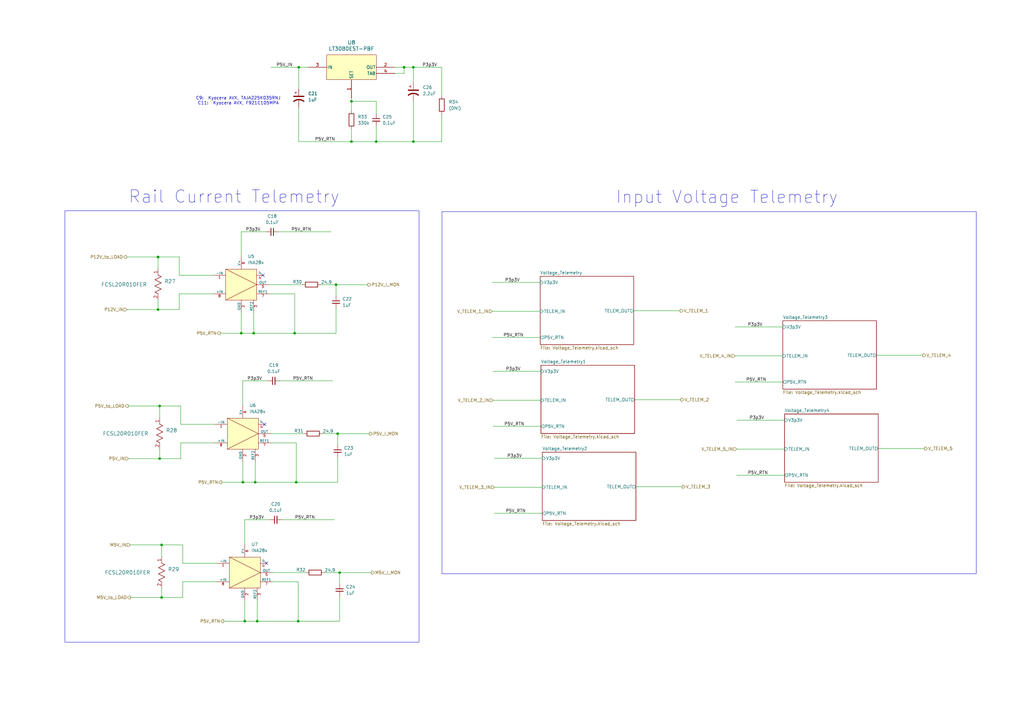
<source format=kicad_sch>
(kicad_sch
	(version 20231120)
	(generator "eeschema")
	(generator_version "8.0")
	(uuid "1b4fdb45-c2ae-4f1a-91ec-ae96c662428e")
	(paper "A3")
	(lib_symbols
		(symbol "Analog_Dev:LT3080EST-PBF"
			(pin_names
				(offset 0.254)
			)
			(exclude_from_sim no)
			(in_bom yes)
			(on_board yes)
			(property "Reference" "U"
				(at 10.16 16.51 0)
				(effects
					(font
						(size 1.524 1.524)
					)
				)
			)
			(property "Value" "LT3080EST-PBF"
				(at 10.16 13.97 0)
				(effects
					(font
						(size 1.524 1.524)
					)
				)
			)
			(property "Footprint" "SOT-3_ST_LIT"
				(at -14.224 13.208 0)
				(effects
					(font
						(size 1.27 1.27)
						(italic yes)
					)
					(hide yes)
				)
			)
			(property "Datasheet" "LT3080EST-PBF"
				(at -10.922 19.558 0)
				(effects
					(font
						(size 1.27 1.27)
						(italic yes)
					)
					(hide yes)
				)
			)
			(property "Description" ""
				(at -17.78 6.35 0)
				(effects
					(font
						(size 1.27 1.27)
					)
					(hide yes)
				)
			)
			(property "ki_locked" ""
				(at 0 0 0)
				(effects
					(font
						(size 1.27 1.27)
					)
				)
			)
			(property "ki_keywords" "LT3080EST#PBF"
				(at 0 0 0)
				(effects
					(font
						(size 1.27 1.27)
					)
					(hide yes)
				)
			)
			(property "ki_fp_filters" "SOT-3_ST_LIT SOT-3_ST_LIT-M SOT-3_ST_LIT-L"
				(at 0 0 0)
				(effects
					(font
						(size 1.27 1.27)
					)
					(hide yes)
				)
			)
			(symbol "LT3080EST-PBF_0_1"
				(pin input line
					(at 10.16 -7.62 90)
					(length 7.62)
					(name "SET"
						(effects
							(font
								(size 1.27 1.27)
							)
						)
					)
					(number "1"
						(effects
							(font
								(size 1.27 1.27)
							)
						)
					)
				)
				(pin output line
					(at 27.94 5.08 180)
					(length 7.62)
					(name "OUT"
						(effects
							(font
								(size 1.27 1.27)
							)
						)
					)
					(number "2"
						(effects
							(font
								(size 1.27 1.27)
							)
						)
					)
				)
				(pin power_in line
					(at -7.62 5.08 0)
					(length 7.62)
					(name "IN"
						(effects
							(font
								(size 1.27 1.27)
							)
						)
					)
					(number "3"
						(effects
							(font
								(size 1.27 1.27)
							)
						)
					)
				)
			)
			(symbol "LT3080EST-PBF_1_1"
				(rectangle
					(start 0 10.16)
					(end 20.32 0)
					(stroke
						(width 0)
						(type default)
					)
					(fill
						(type background)
					)
				)
				(pin output line
					(at 27.94 2.54 180)
					(length 7.62)
					(name "TAB"
						(effects
							(font
								(size 1.27 1.27)
							)
						)
					)
					(number "4"
						(effects
							(font
								(size 1.27 1.27)
							)
						)
					)
				)
			)
		)
		(symbol "Device:C_Polarized_US"
			(pin_numbers hide)
			(pin_names
				(offset 0.254) hide)
			(exclude_from_sim no)
			(in_bom yes)
			(on_board yes)
			(property "Reference" "C"
				(at 0.635 2.54 0)
				(effects
					(font
						(size 1.27 1.27)
					)
					(justify left)
				)
			)
			(property "Value" "C_Polarized_US"
				(at 0.635 -2.54 0)
				(effects
					(font
						(size 1.27 1.27)
					)
					(justify left)
				)
			)
			(property "Footprint" ""
				(at 0 0 0)
				(effects
					(font
						(size 1.27 1.27)
					)
					(hide yes)
				)
			)
			(property "Datasheet" "~"
				(at 0 0 0)
				(effects
					(font
						(size 1.27 1.27)
					)
					(hide yes)
				)
			)
			(property "Description" "Polarized capacitor, US symbol"
				(at 0 0 0)
				(effects
					(font
						(size 1.27 1.27)
					)
					(hide yes)
				)
			)
			(property "ki_keywords" "cap capacitor"
				(at 0 0 0)
				(effects
					(font
						(size 1.27 1.27)
					)
					(hide yes)
				)
			)
			(property "ki_fp_filters" "CP_*"
				(at 0 0 0)
				(effects
					(font
						(size 1.27 1.27)
					)
					(hide yes)
				)
			)
			(symbol "C_Polarized_US_0_1"
				(polyline
					(pts
						(xy -2.032 0.762) (xy 2.032 0.762)
					)
					(stroke
						(width 0.508)
						(type default)
					)
					(fill
						(type none)
					)
				)
				(polyline
					(pts
						(xy -1.778 2.286) (xy -0.762 2.286)
					)
					(stroke
						(width 0)
						(type default)
					)
					(fill
						(type none)
					)
				)
				(polyline
					(pts
						(xy -1.27 1.778) (xy -1.27 2.794)
					)
					(stroke
						(width 0)
						(type default)
					)
					(fill
						(type none)
					)
				)
				(arc
					(start 2.032 -1.27)
					(mid 0 -0.5572)
					(end -2.032 -1.27)
					(stroke
						(width 0.508)
						(type default)
					)
					(fill
						(type none)
					)
				)
			)
			(symbol "C_Polarized_US_1_1"
				(pin passive line
					(at 0 3.81 270)
					(length 2.794)
					(name "~"
						(effects
							(font
								(size 1.27 1.27)
							)
						)
					)
					(number "1"
						(effects
							(font
								(size 1.27 1.27)
							)
						)
					)
				)
				(pin passive line
					(at 0 -3.81 90)
					(length 3.302)
					(name "~"
						(effects
							(font
								(size 1.27 1.27)
							)
						)
					)
					(number "2"
						(effects
							(font
								(size 1.27 1.27)
							)
						)
					)
				)
			)
		)
		(symbol "Device:C_Small"
			(pin_numbers hide)
			(pin_names
				(offset 0.254) hide)
			(exclude_from_sim no)
			(in_bom yes)
			(on_board yes)
			(property "Reference" "C"
				(at 0.254 1.778 0)
				(effects
					(font
						(size 1.27 1.27)
					)
					(justify left)
				)
			)
			(property "Value" "C_Small"
				(at 0.254 -2.032 0)
				(effects
					(font
						(size 1.27 1.27)
					)
					(justify left)
				)
			)
			(property "Footprint" ""
				(at 0 0 0)
				(effects
					(font
						(size 1.27 1.27)
					)
					(hide yes)
				)
			)
			(property "Datasheet" "~"
				(at 0 0 0)
				(effects
					(font
						(size 1.27 1.27)
					)
					(hide yes)
				)
			)
			(property "Description" "Unpolarized capacitor, small symbol"
				(at 0 0 0)
				(effects
					(font
						(size 1.27 1.27)
					)
					(hide yes)
				)
			)
			(property "ki_keywords" "capacitor cap"
				(at 0 0 0)
				(effects
					(font
						(size 1.27 1.27)
					)
					(hide yes)
				)
			)
			(property "ki_fp_filters" "C_*"
				(at 0 0 0)
				(effects
					(font
						(size 1.27 1.27)
					)
					(hide yes)
				)
			)
			(symbol "C_Small_0_1"
				(polyline
					(pts
						(xy -1.524 -0.508) (xy 1.524 -0.508)
					)
					(stroke
						(width 0.3302)
						(type default)
					)
					(fill
						(type none)
					)
				)
				(polyline
					(pts
						(xy -1.524 0.508) (xy 1.524 0.508)
					)
					(stroke
						(width 0.3048)
						(type default)
					)
					(fill
						(type none)
					)
				)
			)
			(symbol "C_Small_1_1"
				(pin passive line
					(at 0 2.54 270)
					(length 2.032)
					(name "~"
						(effects
							(font
								(size 1.27 1.27)
							)
						)
					)
					(number "1"
						(effects
							(font
								(size 1.27 1.27)
							)
						)
					)
				)
				(pin passive line
					(at 0 -2.54 90)
					(length 2.032)
					(name "~"
						(effects
							(font
								(size 1.27 1.27)
							)
						)
					)
					(number "2"
						(effects
							(font
								(size 1.27 1.27)
							)
						)
					)
				)
			)
		)
		(symbol "Device:R"
			(pin_numbers hide)
			(pin_names
				(offset 0)
			)
			(exclude_from_sim no)
			(in_bom yes)
			(on_board yes)
			(property "Reference" "R"
				(at 2.032 0 90)
				(effects
					(font
						(size 1.27 1.27)
					)
				)
			)
			(property "Value" "R"
				(at 0 0 90)
				(effects
					(font
						(size 1.27 1.27)
					)
				)
			)
			(property "Footprint" ""
				(at -1.778 0 90)
				(effects
					(font
						(size 1.27 1.27)
					)
					(hide yes)
				)
			)
			(property "Datasheet" "~"
				(at 0 0 0)
				(effects
					(font
						(size 1.27 1.27)
					)
					(hide yes)
				)
			)
			(property "Description" "Resistor"
				(at 0 0 0)
				(effects
					(font
						(size 1.27 1.27)
					)
					(hide yes)
				)
			)
			(property "ki_keywords" "R res resistor"
				(at 0 0 0)
				(effects
					(font
						(size 1.27 1.27)
					)
					(hide yes)
				)
			)
			(property "ki_fp_filters" "R_*"
				(at 0 0 0)
				(effects
					(font
						(size 1.27 1.27)
					)
					(hide yes)
				)
			)
			(symbol "R_0_1"
				(rectangle
					(start -1.016 -2.54)
					(end 1.016 2.54)
					(stroke
						(width 0.254)
						(type default)
					)
					(fill
						(type none)
					)
				)
			)
			(symbol "R_1_1"
				(pin passive line
					(at 0 3.81 270)
					(length 1.27)
					(name "~"
						(effects
							(font
								(size 1.27 1.27)
							)
						)
					)
					(number "1"
						(effects
							(font
								(size 1.27 1.27)
							)
						)
					)
				)
				(pin passive line
					(at 0 -3.81 90)
					(length 1.27)
					(name "~"
						(effects
							(font
								(size 1.27 1.27)
							)
						)
					)
					(number "2"
						(effects
							(font
								(size 1.27 1.27)
							)
						)
					)
				)
			)
		)
		(symbol "Foil_Resistors:FCSL20R010FER"
			(pin_names
				(offset 0.254)
			)
			(exclude_from_sim no)
			(in_bom yes)
			(on_board yes)
			(property "Reference" "R"
				(at 5.715 3.81 0)
				(effects
					(font
						(size 1.524 1.524)
					)
				)
			)
			(property "Value" "FCSL20R010FER"
				(at 6.35 -3.81 0)
				(effects
					(font
						(size 1.524 1.524)
					)
				)
			)
			(property "Footprint" "RES_FCSL20_OHM"
				(at 0 0 0)
				(effects
					(font
						(size 1.27 1.27)
						(italic yes)
					)
					(hide yes)
				)
			)
			(property "Datasheet" "FCSL20R010FER"
				(at 0 0 0)
				(effects
					(font
						(size 1.27 1.27)
						(italic yes)
					)
					(hide yes)
				)
			)
			(property "Description" ""
				(at 0 0 0)
				(effects
					(font
						(size 1.27 1.27)
					)
					(hide yes)
				)
			)
			(property "ki_locked" ""
				(at 0 0 0)
				(effects
					(font
						(size 1.27 1.27)
					)
				)
			)
			(property "ki_keywords" "FCSL20R010FER"
				(at 0 0 0)
				(effects
					(font
						(size 1.27 1.27)
					)
					(hide yes)
				)
			)
			(property "ki_fp_filters" "RES_FCSL20_OHM RES_FCSL20_OHM-M RES_FCSL20_OHM-L"
				(at 0 0 0)
				(effects
					(font
						(size 1.27 1.27)
					)
					(hide yes)
				)
			)
			(symbol "FCSL20R010FER_1_1"
				(polyline
					(pts
						(xy 2.54 0) (xy 3.175 1.27)
					)
					(stroke
						(width 0.2032)
						(type default)
					)
					(fill
						(type none)
					)
				)
				(polyline
					(pts
						(xy 3.175 1.27) (xy 4.445 -1.27)
					)
					(stroke
						(width 0.2032)
						(type default)
					)
					(fill
						(type none)
					)
				)
				(polyline
					(pts
						(xy 4.445 -1.27) (xy 5.715 1.27)
					)
					(stroke
						(width 0.2032)
						(type default)
					)
					(fill
						(type none)
					)
				)
				(polyline
					(pts
						(xy 5.715 1.27) (xy 6.985 -1.27)
					)
					(stroke
						(width 0.2032)
						(type default)
					)
					(fill
						(type none)
					)
				)
				(polyline
					(pts
						(xy 6.985 -1.27) (xy 8.255 1.27)
					)
					(stroke
						(width 0.2032)
						(type default)
					)
					(fill
						(type none)
					)
				)
				(polyline
					(pts
						(xy 8.255 1.27) (xy 9.525 -1.27)
					)
					(stroke
						(width 0.2032)
						(type default)
					)
					(fill
						(type none)
					)
				)
				(polyline
					(pts
						(xy 9.525 -1.27) (xy 10.16 0)
					)
					(stroke
						(width 0.2032)
						(type default)
					)
					(fill
						(type none)
					)
				)
				(pin unspecified line
					(at 0 0 0)
					(length 2.54)
					(name ""
						(effects
							(font
								(size 1.27 1.27)
							)
						)
					)
					(number "1"
						(effects
							(font
								(size 1.27 1.27)
							)
						)
					)
				)
				(pin unspecified line
					(at 12.7 0 180)
					(length 2.54)
					(name ""
						(effects
							(font
								(size 1.27 1.27)
							)
						)
					)
					(number "2"
						(effects
							(font
								(size 1.27 1.27)
							)
						)
					)
				)
			)
			(symbol "FCSL20R010FER_1_2"
				(polyline
					(pts
						(xy -1.27 3.175) (xy 1.27 4.445)
					)
					(stroke
						(width 0.2032)
						(type default)
					)
					(fill
						(type none)
					)
				)
				(polyline
					(pts
						(xy -1.27 5.715) (xy 1.27 6.985)
					)
					(stroke
						(width 0.2032)
						(type default)
					)
					(fill
						(type none)
					)
				)
				(polyline
					(pts
						(xy -1.27 8.255) (xy 1.27 9.525)
					)
					(stroke
						(width 0.2032)
						(type default)
					)
					(fill
						(type none)
					)
				)
				(polyline
					(pts
						(xy 0 2.54) (xy -1.27 3.175)
					)
					(stroke
						(width 0.2032)
						(type default)
					)
					(fill
						(type none)
					)
				)
				(polyline
					(pts
						(xy 1.27 4.445) (xy -1.27 5.715)
					)
					(stroke
						(width 0.2032)
						(type default)
					)
					(fill
						(type none)
					)
				)
				(polyline
					(pts
						(xy 1.27 6.985) (xy -1.27 8.255)
					)
					(stroke
						(width 0.2032)
						(type default)
					)
					(fill
						(type none)
					)
				)
				(polyline
					(pts
						(xy 1.27 9.525) (xy 0 10.16)
					)
					(stroke
						(width 0.2032)
						(type default)
					)
					(fill
						(type none)
					)
				)
				(pin unspecified line
					(at 0 12.7 270)
					(length 2.54)
					(name ""
						(effects
							(font
								(size 1.27 1.27)
							)
						)
					)
					(number "1"
						(effects
							(font
								(size 1.27 1.27)
							)
						)
					)
				)
				(pin unspecified line
					(at 0 0 90)
					(length 2.54)
					(name ""
						(effects
							(font
								(size 1.27 1.27)
							)
						)
					)
					(number "2"
						(effects
							(font
								(size 1.27 1.27)
							)
						)
					)
				)
			)
		)
		(symbol "Texas Instruments:INA28x"
			(pin_names
				(offset 0)
			)
			(exclude_from_sim no)
			(in_bom yes)
			(on_board yes)
			(property "Reference" "U"
				(at -2.032 -3.556 0)
				(effects
					(font
						(size 1.27 1.27)
					)
					(justify left bottom)
				)
			)
			(property "Value" "INA28x"
				(at -6.096 14.478 0)
				(effects
					(font
						(size 1.27 1.27)
					)
					(justify left bottom)
				)
			)
			(property "Footprint" "INA285AQDRQ1:SOIC127P599X175-8N"
				(at 8.382 5.588 0)
				(effects
					(font
						(size 1.27 1.27)
					)
					(justify bottom)
					(hide yes)
				)
			)
			(property "Datasheet" ""
				(at 0 0 0)
				(effects
					(font
						(size 1.27 1.27)
					)
					(hide yes)
				)
			)
			(property "Description" ""
				(at 0 0 0)
				(effects
					(font
						(size 1.27 1.27)
					)
					(hide yes)
				)
			)
			(symbol "INA28x_0_0"
				(pin input line
					(at -5.08 10.16 0)
					(length 5.08)
					(name "-IN"
						(effects
							(font
								(size 1.016 1.016)
							)
						)
					)
					(number "1"
						(effects
							(font
								(size 1.016 1.016)
							)
						)
					)
				)
				(pin power_in line
					(at 6.35 -5.08 90)
					(length 5.08)
					(name "GND"
						(effects
							(font
								(size 1.016 1.016)
							)
						)
					)
					(number "2"
						(effects
							(font
								(size 1.016 1.016)
							)
						)
					)
				)
				(pin input line
					(at 11.43 -5.08 90)
					(length 5.08)
					(name "REF2"
						(effects
							(font
								(size 1.016 1.016)
							)
						)
					)
					(number "3"
						(effects
							(font
								(size 1.016 1.016)
							)
						)
					)
				)
				(pin output line
					(at 17.78 6.35 180)
					(length 5.08)
					(name "OUT"
						(effects
							(font
								(size 1.016 1.016)
							)
						)
					)
					(number "5"
						(effects
							(font
								(size 1.016 1.016)
							)
						)
					)
				)
				(pin power_in line
					(at 6.35 17.78 270)
					(length 5.08)
					(name "V+"
						(effects
							(font
								(size 1.016 1.016)
							)
						)
					)
					(number "6"
						(effects
							(font
								(size 1.016 1.016)
							)
						)
					)
				)
				(pin input line
					(at 17.78 2.54 180)
					(length 5.08)
					(name "REF1"
						(effects
							(font
								(size 1.016 1.016)
							)
						)
					)
					(number "7"
						(effects
							(font
								(size 1.016 1.016)
							)
						)
					)
				)
				(pin input line
					(at -5.08 2.54 0)
					(length 5.08)
					(name "+IN"
						(effects
							(font
								(size 1.016 1.016)
							)
						)
					)
					(number "8"
						(effects
							(font
								(size 1.016 1.016)
							)
						)
					)
				)
			)
			(symbol "INA28x_1_1"
				(polyline
					(pts
						(xy 0 12.7) (xy 12.7 6.35) (xy 0 0)
					)
					(stroke
						(width 0)
						(type default)
					)
					(fill
						(type none)
					)
				)
				(rectangle
					(start 0 12.7)
					(end 12.7 0)
					(stroke
						(width 0)
						(type default)
					)
					(fill
						(type background)
					)
				)
				(pin passive line
					(at 15.24 10.16 180)
					(length 2.54)
					(name "4"
						(effects
							(font
								(size 1.27 1.27)
							)
						)
					)
					(number "4"
						(effects
							(font
								(size 1.27 1.27)
							)
						)
					)
				)
			)
		)
	)
	(junction
		(at 165.7391 27.5902)
		(diameter 0)
		(color 0 0 0 0)
		(uuid "12decf0a-e5e7-4ab5-a2ca-34c864a33c11")
	)
	(junction
		(at 65.468 188.083)
		(diameter 0)
		(color 0 0 0 0)
		(uuid "152e0e48-264f-4d65-8ae6-a0a1100f3efb")
	)
	(junction
		(at 122.5591 27.5902)
		(diameter 0)
		(color 0 0 0 0)
		(uuid "25074e1a-8739-4539-9cbf-188e51ff26f2")
	)
	(junction
		(at 120.8553 136.6695)
		(diameter 0)
		(color 0 0 0 0)
		(uuid "279fc31b-ffe1-41c4-aea3-fddb30d77f36")
	)
	(junction
		(at 104.6734 197.79)
		(diameter 0)
		(color 0 0 0 0)
		(uuid "4875d386-380e-4182-827a-3b51536d12c8")
	)
	(junction
		(at 66.2814 245.0625)
		(diameter 0)
		(color 0 0 0 0)
		(uuid "4bb992f1-1810-49d9-ba4b-e431850ae72e")
	)
	(junction
		(at 154.3091 58.0702)
		(diameter 0)
		(color 0 0 0 0)
		(uuid "583a923b-47a4-4b7a-b72b-7cb57afc55b6")
	)
	(junction
		(at 64.8244 126.9625)
		(diameter 0)
		(color 0 0 0 0)
		(uuid "5c0f2b76-aa7b-43df-99f4-6dec4b0021e3")
	)
	(junction
		(at 99.6042 197.79)
		(diameter 0)
		(color 0 0 0 0)
		(uuid "5e884274-ae65-4ff4-ba45-cab89474f466")
	)
	(junction
		(at 139.2816 234.8486)
		(diameter 0)
		(color 0 0 0 0)
		(uuid "6597e618-5a51-48b4-a742-a34ebb59cb50")
	)
	(junction
		(at 144.1491 41.5602)
		(diameter 0)
		(color 0 0 0 0)
		(uuid "7fa5c2ff-6e9a-4069-8766-7c0b270c3eec")
	)
	(junction
		(at 121.4989 197.79)
		(diameter 0)
		(color 0 0 0 0)
		(uuid "87b7960d-6df8-4093-b041-34c7a834fac8")
	)
	(junction
		(at 98.9606 136.6695)
		(diameter 0)
		(color 0 0 0 0)
		(uuid "9135a516-f4cc-469c-96d0-e51058f95590")
	)
	(junction
		(at 105.4868 254.7695)
		(diameter 0)
		(color 0 0 0 0)
		(uuid "9602d36b-af06-4aae-9522-197f47ed3dcf")
	)
	(junction
		(at 169.5491 58.0702)
		(diameter 0)
		(color 0 0 0 0)
		(uuid "a01265e9-94d8-4289-a039-90c65625f9b5")
	)
	(junction
		(at 100.4176 254.7695)
		(diameter 0)
		(color 0 0 0 0)
		(uuid "a5f20e41-743d-45e8-ab04-5f6454fa212c")
	)
	(junction
		(at 138.4682 177.8691)
		(diameter 0)
		(color 0 0 0 0)
		(uuid "b30fc743-72dc-4f3d-972e-23c8a5a4811c")
	)
	(junction
		(at 66.2814 223.4974)
		(diameter 0)
		(color 0 0 0 0)
		(uuid "b324f77d-9cc0-49a8-99d7-5ad0abf0d2a8")
	)
	(junction
		(at 104.0298 136.6695)
		(diameter 0)
		(color 0 0 0 0)
		(uuid "b4a789af-42ff-43db-9121-b3b3713d37a9")
	)
	(junction
		(at 144.1491 58.0702)
		(diameter 0)
		(color 0 0 0 0)
		(uuid "b582196d-d6f0-4018-826c-a65be6d685a0")
	)
	(junction
		(at 122.3123 254.7695)
		(diameter 0)
		(color 0 0 0 0)
		(uuid "b7eddd39-fdb4-49c4-9cbc-200a27d5beb0")
	)
	(junction
		(at 137.8246 116.7486)
		(diameter 0)
		(color 0 0 0 0)
		(uuid "c1b76757-2968-47b0-8b64-0f8a503fce25")
	)
	(junction
		(at 65.468 166.5179)
		(diameter 0)
		(color 0 0 0 0)
		(uuid "d1ab958c-544d-4a15-8b63-6830d8da8615")
	)
	(junction
		(at 169.5491 27.5902)
		(diameter 0)
		(color 0 0 0 0)
		(uuid "f20e0d58-de78-4d47-a3bd-4e73013da35e")
	)
	(junction
		(at 64.8244 105.3974)
		(diameter 0)
		(color 0 0 0 0)
		(uuid "f5d1ecdc-ef85-4c9e-ae21-4394d81483ec")
	)
	(no_connect
		(at 107.8372 112.9197)
		(uuid "33adb6a7-07cd-4d7c-9cbc-520c24fda7f2")
	)
	(no_connect
		(at 109.2942 231.0197)
		(uuid "8be23715-d497-41f3-a00a-48cf34fedf13")
	)
	(no_connect
		(at 108.4808 174.0402)
		(uuid "ce6c7d59-486a-45a3-92ef-0c44265dd05f")
	)
	(wire
		(pts
			(xy 111.8342 234.8297) (xy 125.4281 234.8297)
		)
		(stroke
			(width 0)
			(type default)
		)
		(uuid "00006a44-7244-43f2-853d-f879560ee4ad")
	)
	(wire
		(pts
			(xy 144.1491 40.2902) (xy 144.1491 41.5602)
		)
		(stroke
			(width 0)
			(type default)
		)
		(uuid "003824c4-d7b2-41ec-83e3-291841830aa5")
	)
	(wire
		(pts
			(xy 111.0208 177.8502) (xy 124.6147 177.8502)
		)
		(stroke
			(width 0)
			(type default)
		)
		(uuid "00b5044a-6f70-40e4-b56e-37d58857d0f9")
	)
	(wire
		(pts
			(xy 165.7391 30.1302) (xy 165.7391 27.5902)
		)
		(stroke
			(width 0)
			(type default)
		)
		(uuid "02cb7efd-6ea6-45ec-aecb-436f56983b57")
	)
	(wire
		(pts
			(xy 110.3772 116.7297) (xy 123.9711 116.7297)
		)
		(stroke
			(width 0)
			(type default)
		)
		(uuid "06ff4e73-803f-4b6b-ae51-81d1f295ed55")
	)
	(wire
		(pts
			(xy 138.4682 197.79) (xy 121.4989 197.79)
		)
		(stroke
			(width 0)
			(type default)
		)
		(uuid "086b8f60-d74a-4933-bcb1-1c8223c0d921")
	)
	(wire
		(pts
			(xy 138.4682 187.5551) (xy 138.4682 197.79)
		)
		(stroke
			(width 0)
			(type default)
		)
		(uuid "0977655f-97b9-4f0d-b048-4608620faeb5")
	)
	(wire
		(pts
			(xy 221.5424 115.8446) (xy 201.9097 115.8446)
		)
		(stroke
			(width 0)
			(type default)
		)
		(uuid "0f0b8de1-c7fd-4a7e-a6bf-3a5d76705aaa")
	)
	(wire
		(pts
			(xy 133.0481 234.8297) (xy 139.2816 234.8297)
		)
		(stroke
			(width 0)
			(type default)
		)
		(uuid "1009ae23-a72a-44fa-9a9c-2fad4111e57f")
	)
	(wire
		(pts
			(xy 139.2816 244.5346) (xy 139.2816 254.7695)
		)
		(stroke
			(width 0)
			(type default)
		)
		(uuid "10a70d5e-875b-423c-97bb-f0ac1a5c6bea")
	)
	(wire
		(pts
			(xy 137.8246 116.7297) (xy 137.8246 116.7486)
		)
		(stroke
			(width 0)
			(type default)
		)
		(uuid "120a6312-31cf-4b09-a627-16d3619205f1")
	)
	(wire
		(pts
			(xy 64.8244 126.9625) (xy 64.8244 122.9989)
		)
		(stroke
			(width 0)
			(type default)
		)
		(uuid "1244c9f4-705b-4622-a7a9-6f0eab19279d")
	)
	(wire
		(pts
			(xy 114.1737 95.0912) (xy 135.7637 95.0912)
		)
		(stroke
			(width 0)
			(type default)
		)
		(uuid "170e717a-0f6e-486e-878f-a291230eff45")
	)
	(wire
		(pts
			(xy 114.8173 156.2117) (xy 136.4073 156.2117)
		)
		(stroke
			(width 0)
			(type default)
		)
		(uuid "17602809-5e89-478e-9441-36a4592f05fc")
	)
	(wire
		(pts
			(xy 222.4322 210.5526) (xy 202.7995 210.5526)
		)
		(stroke
			(width 0)
			(type default)
		)
		(uuid "1ac37b6f-9cf1-49cb-ba28-7b0737f29841")
	)
	(wire
		(pts
			(xy 138.4682 177.8691) (xy 138.4682 182.4751)
		)
		(stroke
			(width 0)
			(type default)
		)
		(uuid "1d732ac6-620e-4926-931d-9ac9a48c84fd")
	)
	(wire
		(pts
			(xy 360.1813 183.9627) (xy 379.1598 183.9627)
		)
		(stroke
			(width 0)
			(type default)
		)
		(uuid "1e24d272-ecf2-4944-8ca7-4d63ef8c59ce")
	)
	(wire
		(pts
			(xy 181.2005 27.5902) (xy 181.2005 39.2903)
		)
		(stroke
			(width 0)
			(type default)
		)
		(uuid "1f273eda-095c-4d58-ac31-fbb52aea3e78")
	)
	(wire
		(pts
			(xy 359.4772 145.7413) (xy 378.4557 145.7413)
		)
		(stroke
			(width 0)
			(type default)
		)
		(uuid "299685ad-e44e-4e97-b84e-80f0d8f389b7")
	)
	(wire
		(pts
			(xy 99.5908 166.4202) (xy 99.5908 156.2117)
		)
		(stroke
			(width 0)
			(type default)
		)
		(uuid "2a2635ac-c7b6-4585-903c-f326a1223b0f")
	)
	(wire
		(pts
			(xy 98.9472 95.0912) (xy 109.0937 95.0912)
		)
		(stroke
			(width 0)
			(type default)
		)
		(uuid "2b4f0ec1-fbc0-42b7-a6e0-dc0f1d9424c8")
	)
	(wire
		(pts
			(xy 221.5424 138.4223) (xy 201.9097 138.4223)
		)
		(stroke
			(width 0)
			(type default)
		)
		(uuid "2c17ac23-4916-4404-9a9c-57aa6f868262")
	)
	(wire
		(pts
			(xy 260.8298 199.6152) (xy 279.8083 199.6152)
		)
		(stroke
			(width 0)
			(type default)
		)
		(uuid "2cb537be-576e-4dc7-a2e5-4570f21c8d80")
	)
	(wire
		(pts
			(xy 73.5067 126.9625) (xy 73.5067 120.5397)
		)
		(stroke
			(width 0)
			(type default)
		)
		(uuid "2e5790ae-59ff-4fe7-a1f4-c6da115aaf38")
	)
	(wire
		(pts
			(xy 121.4989 197.79) (xy 121.4989 181.6602)
		)
		(stroke
			(width 0)
			(type default)
		)
		(uuid "2f3c7e0e-cc5c-4cf1-a2a2-555ae4f83b7b")
	)
	(wire
		(pts
			(xy 90.3322 136.6695) (xy 98.9606 136.6695)
		)
		(stroke
			(width 0)
			(type default)
		)
		(uuid "30e98b6b-87e8-4f59-a20e-8aac69e3c8e3")
	)
	(wire
		(pts
			(xy 64.8244 105.3974) (xy 73.5067 105.3974)
		)
		(stroke
			(width 0)
			(type default)
		)
		(uuid "326c10ec-0892-4a5f-bf67-1e98d3b835b9")
	)
	(wire
		(pts
			(xy 144.1491 41.5602) (xy 144.1491 45.3702)
		)
		(stroke
			(width 0)
			(type default)
		)
		(uuid "32ee62c7-4932-43c8-8a0b-663ae7d7ce5f")
	)
	(wire
		(pts
			(xy 65.468 188.083) (xy 65.468 184.1194)
		)
		(stroke
			(width 0)
			(type default)
		)
		(uuid "3551043c-2226-4392-bd0b-3ef5d3da7ac0")
	)
	(wire
		(pts
			(xy 259.94 127.4849) (xy 278.9185 127.4849)
		)
		(stroke
			(width 0)
			(type default)
		)
		(uuid "36b53234-dcd3-47b5-8a82-5d25afad450f")
	)
	(wire
		(pts
			(xy 137.8246 116.7486) (xy 150.8716 116.7486)
		)
		(stroke
			(width 0)
			(type default)
		)
		(uuid "377723c7-5d32-4555-9180-d0449e69d79a")
	)
	(wire
		(pts
			(xy 105.4868 254.7695) (xy 122.3123 254.7695)
		)
		(stroke
			(width 0)
			(type default)
		)
		(uuid "3994cf99-6be6-4da6-b8de-768fb247efe6")
	)
	(wire
		(pts
			(xy 137.8246 116.7486) (xy 137.8246 121.3546)
		)
		(stroke
			(width 0)
			(type default)
		)
		(uuid "3a207b73-d4ed-4a6c-ad53-2571a0ec3c73")
	)
	(wire
		(pts
			(xy 53.5005 245.0625) (xy 66.2814 245.0625)
		)
		(stroke
			(width 0)
			(type default)
		)
		(uuid "3cafa44a-eaec-429b-8d2e-d66a31255241")
	)
	(wire
		(pts
			(xy 169.5491 27.5902) (xy 181.2005 27.5902)
		)
		(stroke
			(width 0)
			(type default)
		)
		(uuid "3d2b4a3a-24c4-4783-b363-346e97524a7f")
	)
	(wire
		(pts
			(xy 122.5591 36.4802) (xy 122.5591 27.5902)
		)
		(stroke
			(width 0)
			(type default)
		)
		(uuid "3f992311-729d-400a-b75c-543b68eb2d2d")
	)
	(wire
		(pts
			(xy 100.4042 223.3997) (xy 100.4042 213.1912)
		)
		(stroke
			(width 0)
			(type default)
		)
		(uuid "4391a297-a4b5-4e29-abd1-e8b02a8140d2")
	)
	(wire
		(pts
			(xy 52.6871 188.083) (xy 65.468 188.083)
		)
		(stroke
			(width 0)
			(type default)
		)
		(uuid "446f6e72-8804-4e55-9932-ff044d8ae66d")
	)
	(wire
		(pts
			(xy 52.0435 126.9625) (xy 64.8244 126.9625)
		)
		(stroke
			(width 0)
			(type default)
		)
		(uuid "44e2c45e-2089-43a9-ab7f-7c6338e8760c")
	)
	(wire
		(pts
			(xy 74.1503 174.0402) (xy 88.1608 174.0402)
		)
		(stroke
			(width 0)
			(type default)
		)
		(uuid "457da56f-5eb4-4398-8379-f767c602a596")
	)
	(wire
		(pts
			(xy 122.5591 27.5902) (xy 126.3691 27.5902)
		)
		(stroke
			(width 0)
			(type default)
		)
		(uuid "463c2250-ccb6-4da1-8d54-ff07206f4431")
	)
	(wire
		(pts
			(xy 121.4989 181.6602) (xy 111.0208 181.6602)
		)
		(stroke
			(width 0)
			(type default)
		)
		(uuid "46fa76c9-2426-45af-a752-095607a00e79")
	)
	(wire
		(pts
			(xy 90.9758 197.79) (xy 99.6042 197.79)
		)
		(stroke
			(width 0)
			(type default)
		)
		(uuid "47b902e2-3771-4fc5-9433-cb270bfa6a54")
	)
	(wire
		(pts
			(xy 66.2814 223.4974) (xy 66.2814 228.3989)
		)
		(stroke
			(width 0)
			(type default)
		)
		(uuid "48b466cd-dcb9-4871-b01a-cac406e75e05")
	)
	(wire
		(pts
			(xy 132.2347 177.8502) (xy 138.4682 177.8502)
		)
		(stroke
			(width 0)
			(type default)
		)
		(uuid "4d0b8116-6b51-4ac6-86fd-1f0fbabfaddf")
	)
	(wire
		(pts
			(xy 139.2816 234.8486) (xy 139.2816 239.4546)
		)
		(stroke
			(width 0)
			(type default)
		)
		(uuid "4f02711c-853e-4a00-9486-12b246f34a18")
	)
	(wire
		(pts
			(xy 64.8244 105.3974) (xy 64.8244 110.2989)
		)
		(stroke
			(width 0)
			(type default)
		)
		(uuid "50099cdf-0e1b-48f2-8cde-e6198af2ca61")
	)
	(wire
		(pts
			(xy 53.3746 223.4974) (xy 66.2814 223.4974)
		)
		(stroke
			(width 0)
			(type default)
		)
		(uuid "5023d135-9370-4165-a423-73832867659a")
	)
	(wire
		(pts
			(xy 74.1503 188.083) (xy 74.1503 181.6602)
		)
		(stroke
			(width 0)
			(type default)
		)
		(uuid "509cd9fc-1fef-4adc-ace2-0d53d99ca7ad")
	)
	(wire
		(pts
			(xy 105.4868 246.2597) (xy 105.4842 246.2597)
		)
		(stroke
			(width 0)
			(type default)
		)
		(uuid "53dbf356-63f6-4b6b-9864-df9a71008b66")
	)
	(wire
		(pts
			(xy 321.0796 156.6787) (xy 301.4469 156.6787)
		)
		(stroke
			(width 0)
			(type default)
		)
		(uuid "596480d3-bce0-4ac5-8bfe-951264e03f61")
	)
	(wire
		(pts
			(xy 222.4322 187.9749) (xy 202.7995 187.9749)
		)
		(stroke
			(width 0)
			(type default)
		)
		(uuid "603ead5d-ba25-4f71-955b-731b503024fb")
	)
	(wire
		(pts
			(xy 221.8659 164.1658) (xy 202.2332 164.1658)
		)
		(stroke
			(width 0)
			(type default)
		)
		(uuid "617c7c9e-6549-41a1-8f31-4a2192748f89")
	)
	(wire
		(pts
			(xy 65.468 166.5179) (xy 74.1503 166.5179)
		)
		(stroke
			(width 0)
			(type default)
		)
		(uuid "635782c4-c146-43eb-8f43-90bc77c0d87a")
	)
	(wire
		(pts
			(xy 154.3091 51.7202) (xy 154.3091 58.0702)
		)
		(stroke
			(width 0)
			(type default)
		)
		(uuid "6721415f-7da2-42a1-81c8-c412b49e6f90")
	)
	(wire
		(pts
			(xy 138.4682 177.8502) (xy 138.4682 177.8691)
		)
		(stroke
			(width 0)
			(type default)
		)
		(uuid "6759bf99-0ced-4f10-9cbc-11e5e42a7df5")
	)
	(wire
		(pts
			(xy 74.9637 231.0197) (xy 88.9742 231.0197)
		)
		(stroke
			(width 0)
			(type default)
		)
		(uuid "6795326a-ddfc-4d32-8dd4-42d6a0ffadb5")
	)
	(wire
		(pts
			(xy 74.1503 181.6602) (xy 88.1608 181.6602)
		)
		(stroke
			(width 0)
			(type default)
		)
		(uuid "6c1f8074-74c5-4783-8de6-a6fa33fbd029")
	)
	(wire
		(pts
			(xy 321.7837 172.3224) (xy 302.151 172.3224)
		)
		(stroke
			(width 0)
			(type default)
		)
		(uuid "6ca0039b-4e50-44ac-a457-924e136117a1")
	)
	(wire
		(pts
			(xy 100.4176 254.7695) (xy 105.4868 254.7695)
		)
		(stroke
			(width 0)
			(type default)
		)
		(uuid "6eeae5d1-961d-42e6-858a-3228a7199aa9")
	)
	(wire
		(pts
			(xy 91.7892 254.7695) (xy 100.4176 254.7695)
		)
		(stroke
			(width 0)
			(type default)
		)
		(uuid "6f1acc25-b54c-41bc-a608-0defebaa4e00")
	)
	(wire
		(pts
			(xy 169.5491 27.5902) (xy 165.7391 27.5902)
		)
		(stroke
			(width 0)
			(type default)
		)
		(uuid "7093ea8f-7f7f-48de-a763-000f771a9a26")
	)
	(wire
		(pts
			(xy 99.6042 197.79) (xy 99.6042 189.2802)
		)
		(stroke
			(width 0)
			(type default)
		)
		(uuid "75876e2e-b2b4-43eb-a698-3828b6c057dc")
	)
	(wire
		(pts
			(xy 104.6734 197.79) (xy 121.4989 197.79)
		)
		(stroke
			(width 0)
			(type default)
		)
		(uuid "7c9a42f0-b597-422f-99fa-2baa017daf86")
	)
	(wire
		(pts
			(xy 169.5491 33.9402) (xy 169.5491 27.5902)
		)
		(stroke
			(width 0)
			(type default)
		)
		(uuid "81116091-c0f1-4243-b4f7-53ae1f0fd620")
	)
	(wire
		(pts
			(xy 104.6734 189.2802) (xy 104.6708 189.2802)
		)
		(stroke
			(width 0)
			(type default)
		)
		(uuid "82af3fab-cb94-49b9-9c9b-39f000beee00")
	)
	(wire
		(pts
			(xy 74.1503 166.5179) (xy 74.1503 174.0402)
		)
		(stroke
			(width 0)
			(type default)
		)
		(uuid "8312f0b6-0492-4688-807d-923dfdc4de76")
	)
	(wire
		(pts
			(xy 137.8246 126.4346) (xy 137.8246 136.6695)
		)
		(stroke
			(width 0)
			(type default)
		)
		(uuid "85dd8ef2-6285-4bc1-b1ca-b8d43583fd64")
	)
	(wire
		(pts
			(xy 52.5612 166.5179) (xy 65.468 166.5179)
		)
		(stroke
			(width 0)
			(type default)
		)
		(uuid "874bb876-b02a-4329-9d63-3d5fc29cd825")
	)
	(wire
		(pts
			(xy 73.5067 112.9197) (xy 87.5172 112.9197)
		)
		(stroke
			(width 0)
			(type default)
		)
		(uuid "8854bbd0-9f6b-4406-b15e-76ec209ac103")
	)
	(wire
		(pts
			(xy 122.5591 58.0702) (xy 144.1491 58.0702)
		)
		(stroke
			(width 0)
			(type default)
		)
		(uuid "88f31552-0ec5-44db-a7e2-b9fe90051822")
	)
	(wire
		(pts
			(xy 221.8659 174.8794) (xy 202.2332 174.8794)
		)
		(stroke
			(width 0)
			(type default)
		)
		(uuid "8bee808d-8009-46b0-b4a4-2d177aa018a3")
	)
	(wire
		(pts
			(xy 98.9606 136.6695) (xy 104.0298 136.6695)
		)
		(stroke
			(width 0)
			(type default)
		)
		(uuid "8eeaca41-41d9-49b5-b153-e709b4838a60")
	)
	(wire
		(pts
			(xy 154.3091 58.0702) (xy 144.1491 58.0702)
		)
		(stroke
			(width 0)
			(type default)
		)
		(uuid "8f544028-9c92-4f5a-b2f5-d5760dd5c53f")
	)
	(wire
		(pts
			(xy 104.0298 136.6695) (xy 120.8553 136.6695)
		)
		(stroke
			(width 0)
			(type default)
		)
		(uuid "93e8016c-8f82-4760-ac84-79e2a02718a5")
	)
	(wire
		(pts
			(xy 321.0796 134.101) (xy 301.4469 134.101)
		)
		(stroke
			(width 0)
			(type default)
		)
		(uuid "94751398-1ac6-4718-aaf5-ebc34396ca8c")
	)
	(wire
		(pts
			(xy 139.2816 234.8297) (xy 139.2816 234.8486)
		)
		(stroke
			(width 0)
			(type default)
		)
		(uuid "96bb0fe9-abe0-402e-95d4-fc9eca7a776d")
	)
	(wire
		(pts
			(xy 139.2816 234.8486) (xy 152.3286 234.8486)
		)
		(stroke
			(width 0)
			(type default)
		)
		(uuid "9756d874-8661-4c11-9a6f-6066058b9604")
	)
	(wire
		(pts
			(xy 66.2814 223.4974) (xy 74.9637 223.4974)
		)
		(stroke
			(width 0)
			(type default)
		)
		(uuid "99cce2ac-6cfe-4ba5-9cee-179960b10be7")
	)
	(wire
		(pts
			(xy 154.3091 41.5602) (xy 144.1491 41.5602)
		)
		(stroke
			(width 0)
			(type default)
		)
		(uuid "9a1e1d20-d1aa-44b3-8bf5-0c19d4ab28a8")
	)
	(wire
		(pts
			(xy 321.7837 194.9001) (xy 302.151 194.9001)
		)
		(stroke
			(width 0)
			(type default)
		)
		(uuid "9a3d9702-ada5-4816-a70c-d41b8aa478c6")
	)
	(wire
		(pts
			(xy 181.2005 46.9103) (xy 181.2005 58.0702)
		)
		(stroke
			(width 0)
			(type default)
		)
		(uuid "9d0bbd2f-573e-4bea-b133-63a22bd69d96")
	)
	(wire
		(pts
			(xy 65.468 166.5179) (xy 65.468 171.4194)
		)
		(stroke
			(width 0)
			(type default)
		)
		(uuid "9e9b5462-181e-44cd-a8c7-e5342b75518a")
	)
	(wire
		(pts
			(xy 104.6734 197.79) (xy 104.6734 189.2802)
		)
		(stroke
			(width 0)
			(type default)
		)
		(uuid "a0400a94-cd72-4c0e-8fc4-0c2e7a81fc0c")
	)
	(wire
		(pts
			(xy 66.2814 245.0625) (xy 66.2814 241.0989)
		)
		(stroke
			(width 0)
			(type default)
		)
		(uuid "a2e57402-c621-49ff-b5df-56072ce19272")
	)
	(wire
		(pts
			(xy 73.5067 105.3974) (xy 73.5067 112.9197)
		)
		(stroke
			(width 0)
			(type default)
		)
		(uuid "a2f82c65-3dfa-47f9-a504-6db59555c497")
	)
	(wire
		(pts
			(xy 154.3091 58.0702) (xy 169.5491 58.0702)
		)
		(stroke
			(width 0)
			(type default)
		)
		(uuid "a5f39a2c-3206-4c97-916c-6b8fbc5f3b2d")
	)
	(wire
		(pts
			(xy 221.8659 152.3017) (xy 202.2332 152.3017)
		)
		(stroke
			(width 0)
			(type default)
		)
		(uuid "a60b118b-2e72-4a22-847a-b784894dbef4")
	)
	(wire
		(pts
			(xy 139.2816 254.7695) (xy 122.3123 254.7695)
		)
		(stroke
			(width 0)
			(type default)
		)
		(uuid "a69bcf20-85f3-43ab-be93-d5a58eb5250b")
	)
	(wire
		(pts
			(xy 120.8553 136.6695) (xy 120.8553 120.5397)
		)
		(stroke
			(width 0)
			(type default)
		)
		(uuid "a80f4ae2-88e8-4139-a055-6fe070800860")
	)
	(wire
		(pts
			(xy 260.2635 163.942) (xy 279.242 163.942)
		)
		(stroke
			(width 0)
			(type default)
		)
		(uuid "a8c7cb9b-1912-433c-837b-94e64d58e4a8")
	)
	(wire
		(pts
			(xy 98.9606 136.6695) (xy 98.9606 128.1597)
		)
		(stroke
			(width 0)
			(type default)
		)
		(uuid "a96a0484-1804-4df8-941a-36076b8a3bfe")
	)
	(wire
		(pts
			(xy 161.9291 30.1302) (xy 165.7391 30.1302)
		)
		(stroke
			(width 0)
			(type default)
		)
		(uuid "ab7d458f-317a-491d-917d-02bafb77a641")
	)
	(wire
		(pts
			(xy 154.3091 46.6402) (xy 154.3091 41.5602)
		)
		(stroke
			(width 0)
			(type default)
		)
		(uuid "b113ee36-55bd-4ebd-a559-ffea57af5e6c")
	)
	(wire
		(pts
			(xy 64.8244 126.9625) (xy 73.5067 126.9625)
		)
		(stroke
			(width 0)
			(type default)
		)
		(uuid "b1d093d5-3ca5-4f14-aa95-0500aab97fdb")
	)
	(wire
		(pts
			(xy 98.9606 128.1597) (xy 98.9472 128.1597)
		)
		(stroke
			(width 0)
			(type default)
		)
		(uuid "b229b24a-64fb-4aa4-a185-a1811be3c848")
	)
	(wire
		(pts
			(xy 66.2814 245.0625) (xy 74.9637 245.0625)
		)
		(stroke
			(width 0)
			(type default)
		)
		(uuid "b74608f0-ea58-451c-9dbd-3317ebb542c1")
	)
	(wire
		(pts
			(xy 122.3123 254.7695) (xy 122.3123 238.6397)
		)
		(stroke
			(width 0)
			(type default)
		)
		(uuid "b77adef3-78e5-4aad-895b-97c4db6c4667")
	)
	(wire
		(pts
			(xy 131.5911 116.7297) (xy 137.8246 116.7297)
		)
		(stroke
			(width 0)
			(type default)
		)
		(uuid "bb090276-ea3a-4d9e-8ed6-b6956876acb3")
	)
	(wire
		(pts
			(xy 51.9176 105.3974) (xy 64.8244 105.3974)
		)
		(stroke
			(width 0)
			(type default)
		)
		(uuid "bb98988a-2263-4c58-be15-e236d043b3ae")
	)
	(wire
		(pts
			(xy 137.8246 136.6695) (xy 120.8553 136.6695)
		)
		(stroke
			(width 0)
			(type default)
		)
		(uuid "bce15ec6-3983-4599-8ed3-ba86928b0f60")
	)
	(wire
		(pts
			(xy 165.7391 27.5902) (xy 161.9291 27.5902)
		)
		(stroke
			(width 0)
			(type default)
		)
		(uuid "c38d81b4-986d-4d25-bb91-e34f05538846")
	)
	(wire
		(pts
			(xy 122.3123 238.6397) (xy 111.8342 238.6397)
		)
		(stroke
			(width 0)
			(type default)
		)
		(uuid "c3f089a7-25f3-4642-9416-860e2c5bbec4")
	)
	(wire
		(pts
			(xy 321.7837 184.1865) (xy 302.151 184.1865)
		)
		(stroke
			(width 0)
			(type default)
		)
		(uuid "c684d04a-cda0-41f9-95eb-ff27183d450a")
	)
	(wire
		(pts
			(xy 115.6307 213.1912) (xy 137.2207 213.1912)
		)
		(stroke
			(width 0)
			(type default)
		)
		(uuid "c6d2acd4-72a1-49ae-b4ae-92abe0f23f1b")
	)
	(wire
		(pts
			(xy 99.6042 197.79) (xy 104.6734 197.79)
		)
		(stroke
			(width 0)
			(type default)
		)
		(uuid "ca493cdd-252d-45fe-8476-36996bc579fb")
	)
	(wire
		(pts
			(xy 111.1291 27.5902) (xy 122.5591 27.5902)
		)
		(stroke
			(width 0)
			(type default)
		)
		(uuid "ce9414c2-5416-4ead-8a83-0d3badc99d4b")
	)
	(wire
		(pts
			(xy 138.4682 177.8691) (xy 151.5152 177.8691)
		)
		(stroke
			(width 0)
			(type default)
		)
		(uuid "d8a78a46-7324-496d-a6c7-798cd0b75de6")
	)
	(wire
		(pts
			(xy 74.9637 245.0625) (xy 74.9637 238.6397)
		)
		(stroke
			(width 0)
			(type default)
		)
		(uuid "d9729019-0907-4b7f-8adb-db65661d5f47")
	)
	(wire
		(pts
			(xy 321.0796 145.9651) (xy 301.4469 145.9651)
		)
		(stroke
			(width 0)
			(type default)
		)
		(uuid "ddcbf8d9-9047-47bd-af4d-2d40604b9e06")
	)
	(wire
		(pts
			(xy 104.0298 128.1597) (xy 104.0272 128.1597)
		)
		(stroke
			(width 0)
			(type default)
		)
		(uuid "e0c4e20c-2484-4820-b286-e57eaa893d76")
	)
	(wire
		(pts
			(xy 99.6042 189.2802) (xy 99.5908 189.2802)
		)
		(stroke
			(width 0)
			(type default)
		)
		(uuid "e45c50af-2335-4ac3-a2f8-d58956196e8e")
	)
	(wire
		(pts
			(xy 144.1491 58.0702) (xy 144.1491 52.9902)
		)
		(stroke
			(width 0)
			(type default)
		)
		(uuid "e57dc31e-ef67-49af-a2b1-1c61e534112b")
	)
	(wire
		(pts
			(xy 74.9637 238.6397) (xy 88.9742 238.6397)
		)
		(stroke
			(width 0)
			(type default)
		)
		(uuid "e6c0a4c1-29f7-4825-8846-d4d00a0d499e")
	)
	(wire
		(pts
			(xy 98.9472 105.2997) (xy 98.9472 95.0912)
		)
		(stroke
			(width 0)
			(type default)
		)
		(uuid "e7673e14-724c-419f-9f32-837bdef6cfd0")
	)
	(wire
		(pts
			(xy 120.8553 120.5397) (xy 110.3772 120.5397)
		)
		(stroke
			(width 0)
			(type default)
		)
		(uuid "e868aaaa-e19b-445e-97c0-8f072927a54a")
	)
	(wire
		(pts
			(xy 222.4322 199.839) (xy 202.7995 199.839)
		)
		(stroke
			(width 0)
			(type default)
		)
		(uuid "e8a91d86-371e-414d-add3-f42b7012d441")
	)
	(wire
		(pts
			(xy 73.5067 120.5397) (xy 87.5172 120.5397)
		)
		(stroke
			(width 0)
			(type default)
		)
		(uuid "ea5ec3dd-b280-4a4c-8724-683e0817f88a")
	)
	(wire
		(pts
			(xy 100.4176 254.7695) (xy 100.4176 246.2597)
		)
		(stroke
			(width 0)
			(type default)
		)
		(uuid "ebcbcde5-289c-4ec0-a346-475c80715298")
	)
	(wire
		(pts
			(xy 105.4868 254.7695) (xy 105.4868 246.2597)
		)
		(stroke
			(width 0)
			(type default)
		)
		(uuid "ebd5d594-62a0-444e-883c-3533d34722c7")
	)
	(wire
		(pts
			(xy 122.5591 44.1002) (xy 122.5591 58.0702)
		)
		(stroke
			(width 0)
			(type default)
		)
		(uuid "ed35d9e5-6991-45c5-b76b-d5ee5db0ff3e")
	)
	(wire
		(pts
			(xy 99.5908 156.2117) (xy 109.7373 156.2117)
		)
		(stroke
			(width 0)
			(type default)
		)
		(uuid "ed8475c7-d68d-490b-bd12-e271696f0bd7")
	)
	(wire
		(pts
			(xy 100.4176 246.2597) (xy 100.4042 246.2597)
		)
		(stroke
			(width 0)
			(type default)
		)
		(uuid "f12615e5-b21e-4c6a-a826-8e9eb4991356")
	)
	(wire
		(pts
			(xy 100.4042 213.1912) (xy 110.5507 213.1912)
		)
		(stroke
			(width 0)
			(type default)
		)
		(uuid "f5a57f0a-c4de-4717-82c9-d64f00a4a024")
	)
	(wire
		(pts
			(xy 74.9637 223.4974) (xy 74.9637 231.0197)
		)
		(stroke
			(width 0)
			(type default)
		)
		(uuid "f6cb145d-fa60-439c-a30c-48e24c668e53")
	)
	(wire
		(pts
			(xy 169.5491 41.5602) (xy 169.5491 58.0702)
		)
		(stroke
			(width 0)
			(type default)
		)
		(uuid "f7b37d21-2965-4161-afc8-436dae788247")
	)
	(wire
		(pts
			(xy 169.5491 58.0702) (xy 181.2005 58.0702)
		)
		(stroke
			(width 0)
			(type default)
		)
		(uuid "f8200a10-1feb-465d-bcb6-d268286d4c18")
	)
	(wire
		(pts
			(xy 104.0298 136.6695) (xy 104.0298 128.1597)
		)
		(stroke
			(width 0)
			(type default)
		)
		(uuid "fbab89a2-172a-46c7-8870-82ba7f7d6a45")
	)
	(wire
		(pts
			(xy 65.468 188.083) (xy 74.1503 188.083)
		)
		(stroke
			(width 0)
			(type default)
		)
		(uuid "fe3d32fe-ef55-45b3-8e36-d779d56f08e6")
	)
	(wire
		(pts
			(xy 221.5424 127.7087) (xy 201.9097 127.7087)
		)
		(stroke
			(width 0)
			(type default)
		)
		(uuid "ff5f4205-bb3f-4ff1-a93b-d3bc7c477fb4")
	)
	(rectangle
		(start 26.6265 86.4629)
		(end 171.8675 263.3729)
		(stroke
			(width 0)
			(type default)
		)
		(fill
			(type none)
		)
		(uuid 7fb4ec30-6607-4c12-8457-f41d6b1c7e7c)
	)
	(rectangle
		(start 181.2749 86.7884)
		(end 400.4104 235.3055)
		(stroke
			(width 0)
			(type default)
		)
		(fill
			(type none)
		)
		(uuid cbcff78f-d570-4c8d-97f4-dc2e2319009f)
	)
	(text "C9:  Kyocera AVX, TAJA225K035RNJ\nC11:  Kyocera AVX, F921C105MPA"
		(exclude_from_sim no)
		(at 97.7375 41.3822 0)
		(effects
			(font
				(size 1.27 1.27)
			)
		)
		(uuid "02802c23-f63d-48a5-866c-e8844f1451d2")
	)
	(text "Rail Current Telemetry"
		(exclude_from_sim no)
		(at 95.9911 80.8409 0)
		(effects
			(font
				(size 5.08 5.08)
			)
		)
		(uuid "8fd48612-adfe-41cd-bf95-dfa95117d307")
	)
	(text "Input Voltage Telemetry"
		(exclude_from_sim no)
		(at 298.1229 80.9642 0)
		(effects
			(font
				(size 5.08 5.08)
			)
		)
		(uuid "ac20a6cd-e68c-413b-8f90-b2399ade144c")
	)
	(label "P5V_RTN"
		(at 306.6809 194.9001 0)
		(fields_autoplaced yes)
		(effects
			(font
				(size 1.27 1.27)
			)
			(justify left bottom)
		)
		(uuid "0d6caff8-578d-49fd-97ba-d66090f43081")
	)
	(label "P3p3V"
		(at 207.9765 187.9749 0)
		(fields_autoplaced yes)
		(effects
			(font
				(size 1.27 1.27)
			)
			(justify left bottom)
		)
		(uuid "1d32dc26-0bee-44c3-a6c3-b3aef99212fb")
	)
	(label "P5V_RTN"
		(at 206.7631 174.8794 0)
		(fields_autoplaced yes)
		(effects
			(font
				(size 1.27 1.27)
			)
			(justify left bottom)
		)
		(uuid "317cde7d-9a90-4627-9fb5-69a55bf5d108")
	)
	(label "P5V_RTN"
		(at 120.8922 213.1912 0)
		(fields_autoplaced yes)
		(effects
			(font
				(size 1.27 1.27)
			)
			(justify left bottom)
		)
		(uuid "3858d93e-282a-4e33-bfe2-5d85fca7f60a")
	)
	(label "P3p3V"
		(at 306.6239 134.101 0)
		(fields_autoplaced yes)
		(effects
			(font
				(size 1.27 1.27)
			)
			(justify left bottom)
		)
		(uuid "445c5df2-b986-4789-af54-81bbb6811761")
	)
	(label "P3p3V"
		(at 307.328 172.3224 0)
		(fields_autoplaced yes)
		(effects
			(font
				(size 1.27 1.27)
			)
			(justify left bottom)
		)
		(uuid "59cd63b2-69e8-492f-832f-2ee33512a004")
	)
	(label "P3p3V"
		(at 207.4102 152.3017 0)
		(fields_autoplaced yes)
		(effects
			(font
				(size 1.27 1.27)
			)
			(justify left bottom)
		)
		(uuid "5c924bd1-1cf3-4e4b-aa31-6363642bd588")
	)
	(label "P3p3V"
		(at 207.0867 115.8446 0)
		(fields_autoplaced yes)
		(effects
			(font
				(size 1.27 1.27)
			)
			(justify left bottom)
		)
		(uuid "5c9808fe-746e-4e11-9c83-587d9631de01")
	)
	(label "P5V_IN"
		(at 113.3424 27.5902 0)
		(fields_autoplaced yes)
		(effects
			(font
				(size 1.27 1.27)
			)
			(justify left bottom)
		)
		(uuid "5d695de6-6fc2-420b-b1ab-18c55cf44baf")
	)
	(label "P3p3V"
		(at 173.173 27.5902 0)
		(fields_autoplaced yes)
		(effects
			(font
				(size 1.27 1.27)
			)
			(justify left bottom)
		)
		(uuid "6252f186-2e0a-45e3-a2d6-b865490a5e18")
	)
	(label "P5V_RTN"
		(at 119.4352 95.0912 0)
		(fields_autoplaced yes)
		(effects
			(font
				(size 1.27 1.27)
			)
			(justify left bottom)
		)
		(uuid "6416ffd0-2a59-4c70-8660-8557211116f8")
	)
	(label "P5V_RTN"
		(at 206.4396 138.4223 0)
		(fields_autoplaced yes)
		(effects
			(font
				(size 1.27 1.27)
			)
			(justify left bottom)
		)
		(uuid "68ab4de6-1e2c-434d-b140-683f31db2f14")
	)
	(label "P5V_RTN"
		(at 120.0788 156.2117 0)
		(fields_autoplaced yes)
		(effects
			(font
				(size 1.27 1.27)
			)
			(justify left bottom)
		)
		(uuid "6ae53721-c96e-446f-abbb-80a1dd858451")
	)
	(label "P3p3V"
		(at 100.7402 95.0912 0)
		(fields_autoplaced yes)
		(effects
			(font
				(size 1.27 1.27)
			)
			(justify left bottom)
		)
		(uuid "781b7d5a-2918-4641-84e1-85a6fd9da5fd")
	)
	(label "P3p3V"
		(at 102.1972 213.1912 0)
		(fields_autoplaced yes)
		(effects
			(font
				(size 1.27 1.27)
			)
			(justify left bottom)
		)
		(uuid "a61f10e7-c346-49ee-9177-96a225be631d")
	)
	(label "P5V_RTN"
		(at 129.141 58.0702 0)
		(fields_autoplaced yes)
		(effects
			(font
				(size 1.27 1.27)
			)
			(justify left bottom)
		)
		(uuid "c3667aad-c7bb-40ea-a07a-dcfd66999f57")
	)
	(label "P3p3V"
		(at 101.3838 156.2117 0)
		(fields_autoplaced yes)
		(effects
			(font
				(size 1.27 1.27)
			)
			(justify left bottom)
		)
		(uuid "c63c7034-271c-4826-8172-6480332d4ebf")
	)
	(label "P5V_RTN"
		(at 305.9768 156.6787 0)
		(fields_autoplaced yes)
		(effects
			(font
				(size 1.27 1.27)
			)
			(justify left bottom)
		)
		(uuid "c84f7d5c-fef1-4f7d-a81b-195a764edf89")
	)
	(label "P5V_RTN"
		(at 207.3294 210.5526 0)
		(fields_autoplaced yes)
		(effects
			(font
				(size 1.27 1.27)
			)
			(justify left bottom)
		)
		(uuid "cae085d4-b1dd-4fbe-bc59-c06e129ccf03")
	)
	(hierarchical_label "P12V_to_LOAD"
		(shape output)
		(at 51.9176 105.3974 180)
		(fields_autoplaced yes)
		(effects
			(font
				(size 1.27 1.27)
			)
			(justify right)
		)
		(uuid "03d66673-7ff9-4ee1-97b3-f8291bf5f5f0")
	)
	(hierarchical_label "P5V_RTN"
		(shape output)
		(at 91.7892 254.7695 180)
		(fields_autoplaced yes)
		(effects
			(font
				(size 1.27 1.27)
			)
			(justify right)
		)
		(uuid "04fffcfe-3762-4e81-bef7-160c80240cff")
	)
	(hierarchical_label "V_TELEM_2_IN"
		(shape input)
		(at 202.2332 164.1658 180)
		(fields_autoplaced yes)
		(effects
			(font
				(size 1.27 1.27)
			)
			(justify right)
		)
		(uuid "051c6525-1ec5-4654-82f2-073fa5342695")
	)
	(hierarchical_label "P5V_to_LOAD"
		(shape output)
		(at 52.5612 166.5179 180)
		(fields_autoplaced yes)
		(effects
			(font
				(size 1.27 1.27)
			)
			(justify right)
		)
		(uuid "093e7cb9-0537-4ff5-9637-4fac9387b90c")
	)
	(hierarchical_label "V_TELEM_3_IN"
		(shape input)
		(at 202.7995 199.839 180)
		(fields_autoplaced yes)
		(effects
			(font
				(size 1.27 1.27)
			)
			(justify right)
		)
		(uuid "1c029817-a719-40f4-be41-c5c0503b5d80")
	)
	(hierarchical_label "V_TELEM_5_IN"
		(shape input)
		(at 302.151 184.1865 180)
		(fields_autoplaced yes)
		(effects
			(font
				(size 1.27 1.27)
			)
			(justify right)
		)
		(uuid "29aa1433-a806-4130-865f-42f1b8ac3624")
	)
	(hierarchical_label "P12V_I_MON"
		(shape output)
		(at 150.8716 116.7486 0)
		(fields_autoplaced yes)
		(effects
			(font
				(size 1.27 1.27)
			)
			(justify left)
		)
		(uuid "31cd8ee6-1e56-4623-8210-7c928c9f1cc7")
	)
	(hierarchical_label "P5V_RTN"
		(shape output)
		(at 90.3322 136.6695 180)
		(fields_autoplaced yes)
		(effects
			(font
				(size 1.27 1.27)
			)
			(justify right)
		)
		(uuid "4478cc8b-e5e9-4a9a-8154-d080bcbbe5db")
	)
	(hierarchical_label "P5V_I_MON"
		(shape output)
		(at 151.5152 177.8691 0)
		(fields_autoplaced yes)
		(effects
			(font
				(size 1.27 1.27)
			)
			(justify left)
		)
		(uuid "480f0052-9c2c-4a89-8451-3fe97883f7e2")
	)
	(hierarchical_label "V_TELEM_3"
		(shape output)
		(at 279.8083 199.6152 0)
		(fields_autoplaced yes)
		(effects
			(font
				(size 1.27 1.27)
			)
			(justify left)
		)
		(uuid "57db8a02-71e9-4ac3-bf03-b07f1a9b272f")
	)
	(hierarchical_label "P12V_IN"
		(shape input)
		(at 52.0435 126.9625 180)
		(fields_autoplaced yes)
		(effects
			(font
				(size 1.27 1.27)
			)
			(justify right)
		)
		(uuid "5aef48af-a3ab-4f61-af74-f86ac434766a")
	)
	(hierarchical_label "V_TELEM_1_IN"
		(shape input)
		(at 201.9097 127.7087 180)
		(fields_autoplaced yes)
		(effects
			(font
				(size 1.27 1.27)
			)
			(justify right)
		)
		(uuid "5f243608-210d-49ee-bade-48eb433eceea")
	)
	(hierarchical_label "V_TELEM_5"
		(shape output)
		(at 379.1598 183.9627 0)
		(fields_autoplaced yes)
		(effects
			(font
				(size 1.27 1.27)
			)
			(justify left)
		)
		(uuid "77b62ced-720c-4491-8010-bc9cc933b06a")
	)
	(hierarchical_label "M5V_to_LOAD"
		(shape output)
		(at 53.5005 245.0625 180)
		(fields_autoplaced yes)
		(effects
			(font
				(size 1.27 1.27)
			)
			(justify right)
		)
		(uuid "7a0977d4-180f-4532-9520-7f899b784d42")
	)
	(hierarchical_label "M5V_IN"
		(shape input)
		(at 53.3746 223.4974 180)
		(fields_autoplaced yes)
		(effects
			(font
				(size 1.27 1.27)
			)
			(justify right)
		)
		(uuid "7b3f2d7b-8393-47d9-88b6-9cd3989b14ac")
	)
	(hierarchical_label "P5V_IN"
		(shape input)
		(at 52.6871 188.083 180)
		(fields_autoplaced yes)
		(effects
			(font
				(size 1.27 1.27)
			)
			(justify right)
		)
		(uuid "7e4813c5-5f3c-4e27-8e03-a3587b13b150")
	)
	(hierarchical_label "P5V_RTN"
		(shape output)
		(at 90.9758 197.79 180)
		(fields_autoplaced yes)
		(effects
			(font
				(size 1.27 1.27)
			)
			(justify right)
		)
		(uuid "940548d6-db08-4a26-a5bf-32299ba30255")
	)
	(hierarchical_label "V_TELEM_4"
		(shape output)
		(at 378.4557 145.7413 0)
		(fields_autoplaced yes)
		(effects
			(font
				(size 1.27 1.27)
			)
			(justify left)
		)
		(uuid "9a335674-df4b-4338-866c-002d2ca926b4")
	)
	(hierarchical_label "V_TELEM_2"
		(shape output)
		(at 279.242 163.942 0)
		(fields_autoplaced yes)
		(effects
			(font
				(size 1.27 1.27)
			)
			(justify left)
		)
		(uuid "a2e6a996-de91-44bc-a6e9-ebfbefb56176")
	)
	(hierarchical_label "V_TELEM_4_IN"
		(shape input)
		(at 301.4469 145.9651 180)
		(fields_autoplaced yes)
		(effects
			(font
				(size 1.27 1.27)
			)
			(justify right)
		)
		(uuid "b8a1d1ff-b906-43f0-8433-d087949c9e64")
	)
	(hierarchical_label "M5V_I_MON"
		(shape output)
		(at 152.3286 234.8486 0)
		(fields_autoplaced yes)
		(effects
			(font
				(size 1.27 1.27)
			)
			(justify left)
		)
		(uuid "c595280c-3b69-4b29-b47f-6225897681cc")
	)
	(hierarchical_label "V_TELEM_1"
		(shape output)
		(at 278.9185 127.4849 0)
		(fields_autoplaced yes)
		(effects
			(font
				(size 1.27 1.27)
			)
			(justify left)
		)
		(uuid "faf67394-778d-42b1-b5a1-792ba6990c0f")
	)
	(symbol
		(lib_id "Device:C_Small")
		(at 154.3091 49.1802 0)
		(unit 1)
		(exclude_from_sim no)
		(in_bom yes)
		(on_board yes)
		(dnp no)
		(fields_autoplaced yes)
		(uuid "015aae86-9e3b-49f0-b2f0-08e691e33991")
		(property "Reference" "C25"
			(at 156.8491 47.9164 0)
			(effects
				(font
					(size 1.27 1.27)
				)
				(justify left)
			)
		)
		(property "Value" "0.1uF"
			(at 156.8491 50.4564 0)
			(effects
				(font
					(size 1.27 1.27)
				)
				(justify left)
			)
		)
		(property "Footprint" "Capacitor_SMD:C_0603_1608Metric"
			(at 154.3091 49.1802 0)
			(effects
				(font
					(size 1.27 1.27)
				)
				(hide yes)
			)
		)
		(property "Datasheet" "~"
			(at 154.3091 49.1802 0)
			(effects
				(font
					(size 1.27 1.27)
				)
				(hide yes)
			)
		)
		(property "Description" "Unpolarized capacitor, small symbol"
			(at 154.3091 49.1802 0)
			(effects
				(font
					(size 1.27 1.27)
				)
				(hide yes)
			)
		)
		(pin "2"
			(uuid "4d00de70-c13a-4aa2-8b79-63d924b802a7")
		)
		(pin "1"
			(uuid "14cd422a-c4a1-4c97-bf1a-205d07a85fc2")
		)
		(instances
			(project "GRAMS-GSE-BRD"
				(path "/f176d46b-2907-4a4e-9db6-569e921fbfa7/86f7b5c2-12d9-4226-adbf-874ac6c2ed41"
					(reference "C25")
					(unit 1)
				)
			)
		)
	)
	(symbol
		(lib_id "Texas Instruments:INA28x")
		(at 92.5972 123.0797 0)
		(unit 1)
		(exclude_from_sim no)
		(in_bom yes)
		(on_board yes)
		(dnp no)
		(fields_autoplaced yes)
		(uuid "05e82f53-c4cd-4ffc-93f7-bb4b4c93e6a3")
		(property "Reference" "U5"
			(at 101.6143 105.148 0)
			(effects
				(font
					(size 1.27 1.27)
				)
				(justify left)
			)
		)
		(property "Value" "INA28x"
			(at 101.6143 107.688 0)
			(effects
				(font
					(size 1.27 1.27)
				)
				(justify left)
			)
		)
		(property "Footprint" "Texas Instruments:INA28x_8SOIC"
			(at 100.9792 117.4917 0)
			(effects
				(font
					(size 1.27 1.27)
				)
				(justify bottom)
				(hide yes)
			)
		)
		(property "Datasheet" ""
			(at 92.5972 123.0797 0)
			(effects
				(font
					(size 1.27 1.27)
				)
				(hide yes)
			)
		)
		(property "Description" ""
			(at 92.5972 123.0797 0)
			(effects
				(font
					(size 1.27 1.27)
				)
				(hide yes)
			)
		)
		(pin "8"
			(uuid "bd894e42-1647-4bc4-94bb-83a2d743cc42")
		)
		(pin "6"
			(uuid "999c380b-e907-43c8-b36b-13e42fc85d77")
		)
		(pin "2"
			(uuid "7e8bc52f-fdd0-43b3-a9ac-ed57a1529538")
		)
		(pin "7"
			(uuid "9152eed2-513b-4821-b474-092b909f54da")
		)
		(pin "5"
			(uuid "ee3a5e8e-a5bf-48db-b247-73f15dccd199")
		)
		(pin "4"
			(uuid "3c30b635-89ce-4fcb-9da8-a8a1b3c37096")
		)
		(pin "3"
			(uuid "98eff41c-9908-40e8-a9fb-88de46456a85")
		)
		(pin "1"
			(uuid "8c99ed07-c85c-4c4d-b49f-d948f78a61ce")
		)
		(instances
			(project ""
				(path "/f176d46b-2907-4a4e-9db6-569e921fbfa7/86f7b5c2-12d9-4226-adbf-874ac6c2ed41"
					(reference "U5")
					(unit 1)
				)
			)
		)
	)
	(symbol
		(lib_id "Device:C_Small")
		(at 137.8246 123.8946 0)
		(unit 1)
		(exclude_from_sim no)
		(in_bom yes)
		(on_board yes)
		(dnp no)
		(fields_autoplaced yes)
		(uuid "15a01ac5-b2ff-4e71-ba3a-3adadc592cfa")
		(property "Reference" "C22"
			(at 140.4192 122.6308 0)
			(effects
				(font
					(size 1.27 1.27)
				)
				(justify left)
			)
		)
		(property "Value" "1uF"
			(at 140.4192 125.1708 0)
			(effects
				(font
					(size 1.27 1.27)
				)
				(justify left)
			)
		)
		(property "Footprint" "Capacitor_SMD:C_0603_1608Metric"
			(at 137.8246 123.8946 0)
			(effects
				(font
					(size 1.27 1.27)
				)
				(hide yes)
			)
		)
		(property "Datasheet" "~"
			(at 137.8246 123.8946 0)
			(effects
				(font
					(size 1.27 1.27)
				)
				(hide yes)
			)
		)
		(property "Description" "Unpolarized capacitor, small symbol"
			(at 137.8246 123.8946 0)
			(effects
				(font
					(size 1.27 1.27)
				)
				(hide yes)
			)
		)
		(pin "1"
			(uuid "9128746d-c87f-4d06-8f5d-d7166fe0b713")
		)
		(pin "2"
			(uuid "03554507-f5b3-4ab3-9180-298837d7e38f")
		)
		(instances
			(project "GRAMS-GSE-BRD"
				(path "/f176d46b-2907-4a4e-9db6-569e921fbfa7/86f7b5c2-12d9-4226-adbf-874ac6c2ed41"
					(reference "C22")
					(unit 1)
				)
			)
		)
	)
	(symbol
		(lib_id "Device:C_Small")
		(at 139.2816 241.9946 0)
		(unit 1)
		(exclude_from_sim no)
		(in_bom yes)
		(on_board yes)
		(dnp no)
		(fields_autoplaced yes)
		(uuid "286ab7bf-e12f-4a92-9cc0-ff364bcc9185")
		(property "Reference" "C24"
			(at 141.8762 240.7308 0)
			(effects
				(font
					(size 1.27 1.27)
				)
				(justify left)
			)
		)
		(property "Value" "1uF"
			(at 141.8762 243.2708 0)
			(effects
				(font
					(size 1.27 1.27)
				)
				(justify left)
			)
		)
		(property "Footprint" "Capacitor_SMD:C_0603_1608Metric"
			(at 139.2816 241.9946 0)
			(effects
				(font
					(size 1.27 1.27)
				)
				(hide yes)
			)
		)
		(property "Datasheet" "~"
			(at 139.2816 241.9946 0)
			(effects
				(font
					(size 1.27 1.27)
				)
				(hide yes)
			)
		)
		(property "Description" "Unpolarized capacitor, small symbol"
			(at 139.2816 241.9946 0)
			(effects
				(font
					(size 1.27 1.27)
				)
				(hide yes)
			)
		)
		(pin "1"
			(uuid "353a5100-8e27-4d51-a5f5-8da89904bd7b")
		)
		(pin "2"
			(uuid "edce264b-5864-4d0e-abeb-f03b82b9df5d")
		)
		(instances
			(project "GRAMS-GSE-BRD"
				(path "/f176d46b-2907-4a4e-9db6-569e921fbfa7/86f7b5c2-12d9-4226-adbf-874ac6c2ed41"
					(reference "C24")
					(unit 1)
				)
			)
		)
	)
	(symbol
		(lib_id "Device:R")
		(at 144.1491 49.1802 0)
		(unit 1)
		(exclude_from_sim no)
		(in_bom yes)
		(on_board yes)
		(dnp no)
		(fields_autoplaced yes)
		(uuid "30db806a-e9be-45bc-811a-4343e234b1a9")
		(property "Reference" "R33"
			(at 146.6891 47.9101 0)
			(effects
				(font
					(size 1.27 1.27)
				)
				(justify left)
			)
		)
		(property "Value" "330k"
			(at 146.6891 50.4501 0)
			(effects
				(font
					(size 1.27 1.27)
				)
				(justify left)
			)
		)
		(property "Footprint" "Resistor_SMD:R_0603_1608Metric"
			(at 142.3711 49.1802 90)
			(effects
				(font
					(size 1.27 1.27)
				)
				(hide yes)
			)
		)
		(property "Datasheet" "~"
			(at 144.1491 49.1802 0)
			(effects
				(font
					(size 1.27 1.27)
				)
				(hide yes)
			)
		)
		(property "Description" "Resistor"
			(at 144.1491 49.1802 0)
			(effects
				(font
					(size 1.27 1.27)
				)
				(hide yes)
			)
		)
		(pin "2"
			(uuid "9697bbb7-868e-4ca2-a354-0e21b04d06c0")
		)
		(pin "1"
			(uuid "0788124a-aca2-4859-a607-c008d8f54d28")
		)
		(instances
			(project "GRAMS-GSE-BRD"
				(path "/f176d46b-2907-4a4e-9db6-569e921fbfa7/86f7b5c2-12d9-4226-adbf-874ac6c2ed41"
					(reference "R33")
					(unit 1)
				)
			)
		)
	)
	(symbol
		(lib_id "Device:R")
		(at 128.4247 177.8502 90)
		(unit 1)
		(exclude_from_sim no)
		(in_bom yes)
		(on_board yes)
		(dnp no)
		(uuid "31bc47ef-e5ac-4e9e-8ca3-a12f144bd6fc")
		(property "Reference" "R31"
			(at 122.5872 176.7295 90)
			(effects
				(font
					(size 1.27 1.27)
				)
			)
		)
		(property "Value" "24.9"
			(at 134.5392 176.836 90)
			(effects
				(font
					(size 1.27 1.27)
				)
			)
		)
		(property "Footprint" "Resistor_SMD:R_0603_1608Metric"
			(at 128.4247 179.6282 90)
			(effects
				(font
					(size 1.27 1.27)
				)
				(hide yes)
			)
		)
		(property "Datasheet" "~"
			(at 128.4247 177.8502 0)
			(effects
				(font
					(size 1.27 1.27)
				)
				(hide yes)
			)
		)
		(property "Description" "Resistor"
			(at 128.4247 177.8502 0)
			(effects
				(font
					(size 1.27 1.27)
				)
				(hide yes)
			)
		)
		(pin "2"
			(uuid "688dca6a-1cf2-416c-bb09-3c3b0be93526")
		)
		(pin "1"
			(uuid "5511579c-7b19-4aa0-9d0a-2a68fe0df0a6")
		)
		(instances
			(project "GRAMS-GSE-BRD"
				(path "/f176d46b-2907-4a4e-9db6-569e921fbfa7/86f7b5c2-12d9-4226-adbf-874ac6c2ed41"
					(reference "R31")
					(unit 1)
				)
			)
		)
	)
	(symbol
		(lib_id "Device:C_Small")
		(at 138.4682 185.0151 0)
		(unit 1)
		(exclude_from_sim no)
		(in_bom yes)
		(on_board yes)
		(dnp no)
		(fields_autoplaced yes)
		(uuid "495d911e-364d-42f3-9e95-63e9059542c8")
		(property "Reference" "C23"
			(at 141.0628 183.7513 0)
			(effects
				(font
					(size 1.27 1.27)
				)
				(justify left)
			)
		)
		(property "Value" "1uF"
			(at 141.0628 186.2913 0)
			(effects
				(font
					(size 1.27 1.27)
				)
				(justify left)
			)
		)
		(property "Footprint" "Capacitor_SMD:C_0603_1608Metric"
			(at 138.4682 185.0151 0)
			(effects
				(font
					(size 1.27 1.27)
				)
				(hide yes)
			)
		)
		(property "Datasheet" "~"
			(at 138.4682 185.0151 0)
			(effects
				(font
					(size 1.27 1.27)
				)
				(hide yes)
			)
		)
		(property "Description" "Unpolarized capacitor, small symbol"
			(at 138.4682 185.0151 0)
			(effects
				(font
					(size 1.27 1.27)
				)
				(hide yes)
			)
		)
		(pin "1"
			(uuid "3a9c6c0e-ef18-4b42-b1a1-43d38657ccdb")
		)
		(pin "2"
			(uuid "afada715-5666-43aa-8607-56a4d5753680")
		)
		(instances
			(project "GRAMS-GSE-BRD"
				(path "/f176d46b-2907-4a4e-9db6-569e921fbfa7/86f7b5c2-12d9-4226-adbf-874ac6c2ed41"
					(reference "C23")
					(unit 1)
				)
			)
		)
	)
	(symbol
		(lib_id "Texas Instruments:INA28x")
		(at 93.2408 184.2002 0)
		(unit 1)
		(exclude_from_sim no)
		(in_bom yes)
		(on_board yes)
		(dnp no)
		(fields_autoplaced yes)
		(uuid "4ee03810-45b9-49eb-8ca9-ff720c11d41d")
		(property "Reference" "U6"
			(at 102.2579 166.2685 0)
			(effects
				(font
					(size 1.27 1.27)
				)
				(justify left)
			)
		)
		(property "Value" "INA28x"
			(at 102.2579 168.8085 0)
			(effects
				(font
					(size 1.27 1.27)
				)
				(justify left)
			)
		)
		(property "Footprint" "Texas Instruments:INA28x_8SOIC"
			(at 101.6228 178.6122 0)
			(effects
				(font
					(size 1.27 1.27)
				)
				(justify bottom)
				(hide yes)
			)
		)
		(property "Datasheet" ""
			(at 93.2408 184.2002 0)
			(effects
				(font
					(size 1.27 1.27)
				)
				(hide yes)
			)
		)
		(property "Description" ""
			(at 93.2408 184.2002 0)
			(effects
				(font
					(size 1.27 1.27)
				)
				(hide yes)
			)
		)
		(pin "8"
			(uuid "7d193e12-9705-4c2a-a9e8-01d8c2ee2dce")
		)
		(pin "6"
			(uuid "2f7aed0f-0050-4914-bdc2-ac16df4111ad")
		)
		(pin "2"
			(uuid "4a86a2c5-963b-4450-bfb2-3d3410daafb2")
		)
		(pin "7"
			(uuid "577b3085-3737-4062-81db-38edb8363841")
		)
		(pin "5"
			(uuid "94fef5a1-b551-48cf-9bb3-71c0afeeed23")
		)
		(pin "4"
			(uuid "f2beb394-ce33-4650-aea0-ecc437042e54")
		)
		(pin "3"
			(uuid "11d6fa16-e290-4595-acdd-b81c90f17c0c")
		)
		(pin "1"
			(uuid "8f2dca8c-6f3f-4989-9318-51e5386f2f71")
		)
		(instances
			(project "GRAMS-GSE-BRD"
				(path "/f176d46b-2907-4a4e-9db6-569e921fbfa7/86f7b5c2-12d9-4226-adbf-874ac6c2ed41"
					(reference "U6")
					(unit 1)
				)
			)
		)
	)
	(symbol
		(lib_id "Device:R")
		(at 129.2381 234.8297 90)
		(unit 1)
		(exclude_from_sim no)
		(in_bom yes)
		(on_board yes)
		(dnp no)
		(uuid "51162013-b916-4f35-9293-a269e8e2441a")
		(property "Reference" "R32"
			(at 123.4006 233.709 90)
			(effects
				(font
					(size 1.27 1.27)
				)
			)
		)
		(property "Value" "24.9"
			(at 135.3526 233.8155 90)
			(effects
				(font
					(size 1.27 1.27)
				)
			)
		)
		(property "Footprint" "Resistor_SMD:R_0603_1608Metric"
			(at 129.2381 236.6077 90)
			(effects
				(font
					(size 1.27 1.27)
				)
				(hide yes)
			)
		)
		(property "Datasheet" "~"
			(at 129.2381 234.8297 0)
			(effects
				(font
					(size 1.27 1.27)
				)
				(hide yes)
			)
		)
		(property "Description" "Resistor"
			(at 129.2381 234.8297 0)
			(effects
				(font
					(size 1.27 1.27)
				)
				(hide yes)
			)
		)
		(pin "2"
			(uuid "dc6ee1f6-f3a7-480b-a8d1-0a79275f42db")
		)
		(pin "1"
			(uuid "f05433b7-7047-4680-a3e5-4ecd88a34e5f")
		)
		(instances
			(project "GRAMS-GSE-BRD"
				(path "/f176d46b-2907-4a4e-9db6-569e921fbfa7/86f7b5c2-12d9-4226-adbf-874ac6c2ed41"
					(reference "R32")
					(unit 1)
				)
			)
		)
	)
	(symbol
		(lib_id "Device:C_Polarized_US")
		(at 169.5491 37.7502 0)
		(unit 1)
		(exclude_from_sim no)
		(in_bom yes)
		(on_board yes)
		(dnp no)
		(fields_autoplaced yes)
		(uuid "5384de90-61af-4dff-8320-aca18acd780e")
		(property "Reference" "C26"
			(at 173.3591 35.8451 0)
			(effects
				(font
					(size 1.27 1.27)
				)
				(justify left)
			)
		)
		(property "Value" "2.2uF"
			(at 173.3591 38.3851 0)
			(effects
				(font
					(size 1.27 1.27)
				)
				(justify left)
			)
		)
		(property "Footprint" "Capacitor_Tantalum_SMD:CP_EIA-3216-12_Kemet-S"
			(at 169.5491 37.7502 0)
			(effects
				(font
					(size 1.27 1.27)
				)
				(hide yes)
			)
		)
		(property "Datasheet" "~"
			(at 169.5491 37.7502 0)
			(effects
				(font
					(size 1.27 1.27)
				)
				(hide yes)
			)
		)
		(property "Description" "Polarized capacitor, US symbol"
			(at 169.5491 37.7502 0)
			(effects
				(font
					(size 1.27 1.27)
				)
				(hide yes)
			)
		)
		(pin "1"
			(uuid "10be1103-8eba-4cd2-8f66-d084b50cb610")
		)
		(pin "2"
			(uuid "1d3f91cc-7292-43e9-81b9-3922b852d803")
		)
		(instances
			(project "GRAMS-GSE-BRD"
				(path "/f176d46b-2907-4a4e-9db6-569e921fbfa7/86f7b5c2-12d9-4226-adbf-874ac6c2ed41"
					(reference "C26")
					(unit 1)
				)
			)
		)
	)
	(symbol
		(lib_id "Analog_Dev:LT3080EST-PBF")
		(at 133.9891 32.6702 0)
		(unit 1)
		(exclude_from_sim no)
		(in_bom yes)
		(on_board yes)
		(dnp no)
		(fields_autoplaced yes)
		(uuid "5811a98f-678c-4769-98e9-d76e4f4739d0")
		(property "Reference" "U8"
			(at 144.1491 17.4302 0)
			(effects
				(font
					(size 1.524 1.524)
				)
			)
		)
		(property "Value" "LT3080EST-PBF"
			(at 144.1491 19.9702 0)
			(effects
				(font
					(size 1.524 1.524)
				)
			)
		)
		(property "Footprint" "Analog_Dev:SOT-3_ST_LIT"
			(at 119.7651 19.4622 0)
			(effects
				(font
					(size 1.27 1.27)
					(italic yes)
				)
				(hide yes)
			)
		)
		(property "Datasheet" "LT3080EST-PBF"
			(at 123.0671 13.1122 0)
			(effects
				(font
					(size 1.27 1.27)
					(italic yes)
				)
				(hide yes)
			)
		)
		(property "Description" ""
			(at 116.2091 26.3202 0)
			(effects
				(font
					(size 1.27 1.27)
				)
				(hide yes)
			)
		)
		(pin "4"
			(uuid "303e07c9-6542-4ed1-91d6-1cf2812d6474")
		)
		(pin "2"
			(uuid "72fe5b0d-701f-4463-94af-95821fd15fbd")
		)
		(pin "3"
			(uuid "fb9c2c00-4a15-4238-8082-a9c18a338891")
		)
		(pin "1"
			(uuid "a30e6b99-4b2d-44db-9d00-b383017e247a")
		)
		(instances
			(project "GRAMS-GSE-BRD"
				(path "/f176d46b-2907-4a4e-9db6-569e921fbfa7/86f7b5c2-12d9-4226-adbf-874ac6c2ed41"
					(reference "U8")
					(unit 1)
				)
			)
		)
	)
	(symbol
		(lib_id "Device:R")
		(at 181.2005 43.1003 0)
		(unit 1)
		(exclude_from_sim no)
		(in_bom yes)
		(on_board yes)
		(dnp no)
		(fields_autoplaced yes)
		(uuid "5f1a2fbe-f94b-4a19-ad76-2fe251f8fcae")
		(property "Reference" "R34"
			(at 184.0394 41.8302 0)
			(effects
				(font
					(size 1.27 1.27)
				)
				(justify left)
			)
		)
		(property "Value" "(DNI)"
			(at 184.0394 44.3702 0)
			(effects
				(font
					(size 1.27 1.27)
				)
				(justify left)
			)
		)
		(property "Footprint" "Resistor_SMD:R_0603_1608Metric"
			(at 179.4225 43.1003 90)
			(effects
				(font
					(size 1.27 1.27)
				)
				(hide yes)
			)
		)
		(property "Datasheet" "~"
			(at 181.2005 43.1003 0)
			(effects
				(font
					(size 1.27 1.27)
				)
				(hide yes)
			)
		)
		(property "Description" "Resistor"
			(at 181.2005 43.1003 0)
			(effects
				(font
					(size 1.27 1.27)
				)
				(hide yes)
			)
		)
		(pin "2"
			(uuid "5a05349a-17cb-4cee-9b7b-5bfdc489d5be")
		)
		(pin "1"
			(uuid "3b0a4825-3b8a-4e12-a9e8-013253633166")
		)
		(instances
			(project "GRAMS-GSE-BRD"
				(path "/f176d46b-2907-4a4e-9db6-569e921fbfa7/86f7b5c2-12d9-4226-adbf-874ac6c2ed41"
					(reference "R34")
					(unit 1)
				)
			)
		)
	)
	(symbol
		(lib_id "Device:C_Small")
		(at 113.0907 213.1912 90)
		(unit 1)
		(exclude_from_sim no)
		(in_bom yes)
		(on_board yes)
		(dnp no)
		(fields_autoplaced yes)
		(uuid "651b3626-44be-467f-ad5c-71bae9b417c0")
		(property "Reference" "C20"
			(at 113.097 206.7623 90)
			(effects
				(font
					(size 1.27 1.27)
				)
			)
		)
		(property "Value" "0.1uF"
			(at 113.097 209.3023 90)
			(effects
				(font
					(size 1.27 1.27)
				)
			)
		)
		(property "Footprint" "Capacitor_SMD:C_0402_1005Metric"
			(at 113.0907 213.1912 0)
			(effects
				(font
					(size 1.27 1.27)
				)
				(hide yes)
			)
		)
		(property "Datasheet" "~"
			(at 113.0907 213.1912 0)
			(effects
				(font
					(size 1.27 1.27)
				)
				(hide yes)
			)
		)
		(property "Description" "Unpolarized capacitor, small symbol"
			(at 113.0907 213.1912 0)
			(effects
				(font
					(size 1.27 1.27)
				)
				(hide yes)
			)
		)
		(pin "2"
			(uuid "c6e615a7-b081-45ba-9019-23b24c35f6d1")
		)
		(pin "1"
			(uuid "0dc2cc98-198a-46ad-8440-4e24cd371a58")
		)
		(instances
			(project "GRAMS-GSE-BRD"
				(path "/f176d46b-2907-4a4e-9db6-569e921fbfa7/86f7b5c2-12d9-4226-adbf-874ac6c2ed41"
					(reference "C20")
					(unit 1)
				)
			)
		)
	)
	(symbol
		(lib_id "Device:C_Small")
		(at 111.6337 95.0912 90)
		(unit 1)
		(exclude_from_sim no)
		(in_bom yes)
		(on_board yes)
		(dnp no)
		(fields_autoplaced yes)
		(uuid "6de15f2c-3f40-4a94-8975-ab37c8ec9969")
		(property "Reference" "C18"
			(at 111.64 88.6623 90)
			(effects
				(font
					(size 1.27 1.27)
				)
			)
		)
		(property "Value" "0.1uF"
			(at 111.64 91.2023 90)
			(effects
				(font
					(size 1.27 1.27)
				)
			)
		)
		(property "Footprint" "Capacitor_SMD:C_0402_1005Metric"
			(at 111.6337 95.0912 0)
			(effects
				(font
					(size 1.27 1.27)
				)
				(hide yes)
			)
		)
		(property "Datasheet" "~"
			(at 111.6337 95.0912 0)
			(effects
				(font
					(size 1.27 1.27)
				)
				(hide yes)
			)
		)
		(property "Description" "Unpolarized capacitor, small symbol"
			(at 111.6337 95.0912 0)
			(effects
				(font
					(size 1.27 1.27)
				)
				(hide yes)
			)
		)
		(pin "2"
			(uuid "a45a9000-c052-4093-a631-b9218862745b")
		)
		(pin "1"
			(uuid "0ece32bb-847d-437f-9471-4ea9fbef3e07")
		)
		(instances
			(project "GRAMS-GSE-BRD"
				(path "/f176d46b-2907-4a4e-9db6-569e921fbfa7/86f7b5c2-12d9-4226-adbf-874ac6c2ed41"
					(reference "C18")
					(unit 1)
				)
			)
		)
	)
	(symbol
		(lib_id "Foil_Resistors:FCSL20R010FER")
		(at 65.468 171.4194 270)
		(unit 1)
		(exclude_from_sim no)
		(in_bom yes)
		(on_board yes)
		(dnp no)
		(uuid "72a05ea1-76aa-476f-84a4-3ab13d541e52")
		(property "Reference" "R28"
			(at 68.0322 176.4993 90)
			(effects
				(font
					(size 1.524 1.524)
				)
				(justify left)
			)
		)
		(property "Value" "FCSL20R010FER"
			(at 42.1172 177.8368 90)
			(effects
				(font
					(size 1.524 1.524)
				)
				(justify left)
			)
		)
		(property "Footprint" "Foil_Resistors:RES_FCSL20_OHM-L"
			(at 65.468 171.4194 0)
			(effects
				(font
					(size 1.27 1.27)
					(italic yes)
				)
				(hide yes)
			)
		)
		(property "Datasheet" "FCSL20R010FER"
			(at 65.468 171.4194 0)
			(effects
				(font
					(size 1.27 1.27)
					(italic yes)
				)
				(hide yes)
			)
		)
		(property "Description" ""
			(at 65.468 171.4194 0)
			(effects
				(font
					(size 1.27 1.27)
				)
				(hide yes)
			)
		)
		(pin "1"
			(uuid "2120c132-39cb-42c6-910d-5dd89911b3d3")
		)
		(pin "2"
			(uuid "2ec99f40-a009-4c48-a464-3edd489eb676")
		)
		(instances
			(project "GRAMS-GSE-BRD"
				(path "/f176d46b-2907-4a4e-9db6-569e921fbfa7/86f7b5c2-12d9-4226-adbf-874ac6c2ed41"
					(reference "R28")
					(unit 1)
				)
			)
		)
	)
	(symbol
		(lib_id "Texas Instruments:INA28x")
		(at 94.0542 241.1797 0)
		(unit 1)
		(exclude_from_sim no)
		(in_bom yes)
		(on_board yes)
		(dnp no)
		(fields_autoplaced yes)
		(uuid "79c04b19-8bed-4f6a-83d6-6565b10878d2")
		(property "Reference" "U7"
			(at 103.0713 223.248 0)
			(effects
				(font
					(size 1.27 1.27)
				)
				(justify left)
			)
		)
		(property "Value" "INA28x"
			(at 103.0713 225.788 0)
			(effects
				(font
					(size 1.27 1.27)
				)
				(justify left)
			)
		)
		(property "Footprint" "Texas Instruments:INA28x_8SOIC"
			(at 102.4362 235.5917 0)
			(effects
				(font
					(size 1.27 1.27)
				)
				(justify bottom)
				(hide yes)
			)
		)
		(property "Datasheet" ""
			(at 94.0542 241.1797 0)
			(effects
				(font
					(size 1.27 1.27)
				)
				(hide yes)
			)
		)
		(property "Description" ""
			(at 94.0542 241.1797 0)
			(effects
				(font
					(size 1.27 1.27)
				)
				(hide yes)
			)
		)
		(pin "8"
			(uuid "e78dc6d0-62e4-4366-b46f-2409d02c8509")
		)
		(pin "6"
			(uuid "93e669c7-70f1-4139-a498-17542e579f43")
		)
		(pin "2"
			(uuid "c4f7e767-a017-4bdc-a174-6f524e19f188")
		)
		(pin "7"
			(uuid "fde72759-1630-4895-8844-417b718a258f")
		)
		(pin "5"
			(uuid "3473e47d-4693-4b96-8b95-811c5b3286e8")
		)
		(pin "4"
			(uuid "20f36588-26c3-4579-930c-88cccaac4c38")
		)
		(pin "3"
			(uuid "aeff9bc8-d065-4aa8-8ffd-924ea318bcb9")
		)
		(pin "1"
			(uuid "82f5a5a9-9bfd-4e8f-bb1e-349ea43e4cde")
		)
		(instances
			(project "GRAMS-GSE-BRD"
				(path "/f176d46b-2907-4a4e-9db6-569e921fbfa7/86f7b5c2-12d9-4226-adbf-874ac6c2ed41"
					(reference "U7")
					(unit 1)
				)
			)
		)
	)
	(symbol
		(lib_id "Foil_Resistors:FCSL20R010FER")
		(at 64.8244 110.2989 270)
		(unit 1)
		(exclude_from_sim no)
		(in_bom yes)
		(on_board yes)
		(dnp no)
		(uuid "7efc0d3c-bb2e-4970-a095-a7e119cdc999")
		(property "Reference" "R27"
			(at 67.3886 115.3788 90)
			(effects
				(font
					(size 1.524 1.524)
				)
				(justify left)
			)
		)
		(property "Value" "FCSL20R010FER"
			(at 41.4736 116.7163 90)
			(effects
				(font
					(size 1.524 1.524)
				)
				(justify left)
			)
		)
		(property "Footprint" "Foil_Resistors:RES_FCSL20_OHM-L"
			(at 64.8244 110.2989 0)
			(effects
				(font
					(size 1.27 1.27)
					(italic yes)
				)
				(hide yes)
			)
		)
		(property "Datasheet" "FCSL20R010FER"
			(at 64.8244 110.2989 0)
			(effects
				(font
					(size 1.27 1.27)
					(italic yes)
				)
				(hide yes)
			)
		)
		(property "Description" ""
			(at 64.8244 110.2989 0)
			(effects
				(font
					(size 1.27 1.27)
				)
				(hide yes)
			)
		)
		(pin "1"
			(uuid "94de08ae-7e7d-4929-ad1a-1b291d3f9cc6")
		)
		(pin "2"
			(uuid "44a514fa-7b29-41f0-ac59-f45dfaae9a57")
		)
		(instances
			(project "GRAMS-GSE-BRD"
				(path "/f176d46b-2907-4a4e-9db6-569e921fbfa7/86f7b5c2-12d9-4226-adbf-874ac6c2ed41"
					(reference "R27")
					(unit 1)
				)
			)
		)
	)
	(symbol
		(lib_id "Foil_Resistors:FCSL20R010FER")
		(at 66.2814 228.3989 270)
		(unit 1)
		(exclude_from_sim no)
		(in_bom yes)
		(on_board yes)
		(dnp no)
		(uuid "85ed2af4-9d0c-4dc3-aee5-518c01af8667")
		(property "Reference" "R29"
			(at 68.8456 233.4788 90)
			(effects
				(font
					(size 1.524 1.524)
				)
				(justify left)
			)
		)
		(property "Value" "FCSL20R010FER"
			(at 42.9306 234.8163 90)
			(effects
				(font
					(size 1.524 1.524)
				)
				(justify left)
			)
		)
		(property "Footprint" "Foil_Resistors:RES_FCSL20_OHM-L"
			(at 66.2814 228.3989 0)
			(effects
				(font
					(size 1.27 1.27)
					(italic yes)
				)
				(hide yes)
			)
		)
		(property "Datasheet" "FCSL20R010FER"
			(at 66.2814 228.3989 0)
			(effects
				(font
					(size 1.27 1.27)
					(italic yes)
				)
				(hide yes)
			)
		)
		(property "Description" ""
			(at 66.2814 228.3989 0)
			(effects
				(font
					(size 1.27 1.27)
				)
				(hide yes)
			)
		)
		(pin "1"
			(uuid "e6751246-0db3-4404-9f89-653312c4bbbb")
		)
		(pin "2"
			(uuid "9d8e72b6-88bd-4a2d-920e-41a4ef18d512")
		)
		(instances
			(project "GRAMS-GSE-BRD"
				(path "/f176d46b-2907-4a4e-9db6-569e921fbfa7/86f7b5c2-12d9-4226-adbf-874ac6c2ed41"
					(reference "R29")
					(unit 1)
				)
			)
		)
	)
	(symbol
		(lib_id "Device:C_Small")
		(at 112.2773 156.2117 90)
		(unit 1)
		(exclude_from_sim no)
		(in_bom yes)
		(on_board yes)
		(dnp no)
		(fields_autoplaced yes)
		(uuid "966baf9e-353e-44d0-8af4-a6b2df29f022")
		(property "Reference" "C19"
			(at 112.2836 149.7828 90)
			(effects
				(font
					(size 1.27 1.27)
				)
			)
		)
		(property "Value" "0.1uF"
			(at 112.2836 152.3228 90)
			(effects
				(font
					(size 1.27 1.27)
				)
			)
		)
		(property "Footprint" "Capacitor_SMD:C_0402_1005Metric"
			(at 112.2773 156.2117 0)
			(effects
				(font
					(size 1.27 1.27)
				)
				(hide yes)
			)
		)
		(property "Datasheet" "~"
			(at 112.2773 156.2117 0)
			(effects
				(font
					(size 1.27 1.27)
				)
				(hide yes)
			)
		)
		(property "Description" "Unpolarized capacitor, small symbol"
			(at 112.2773 156.2117 0)
			(effects
				(font
					(size 1.27 1.27)
				)
				(hide yes)
			)
		)
		(pin "2"
			(uuid "57827092-1639-4001-9f20-b2dfe301e836")
		)
		(pin "1"
			(uuid "6f4fcec3-2eed-4e7b-bd00-e5f79a4cf78c")
		)
		(instances
			(project "GRAMS-GSE-BRD"
				(path "/f176d46b-2907-4a4e-9db6-569e921fbfa7/86f7b5c2-12d9-4226-adbf-874ac6c2ed41"
					(reference "C19")
					(unit 1)
				)
			)
		)
	)
	(symbol
		(lib_id "Device:R")
		(at 127.7811 116.7297 90)
		(unit 1)
		(exclude_from_sim no)
		(in_bom yes)
		(on_board yes)
		(dnp no)
		(uuid "a94253c8-d8df-48ce-b066-c8173a34ae9f")
		(property "Reference" "R30"
			(at 121.9436 115.609 90)
			(effects
				(font
					(size 1.27 1.27)
				)
			)
		)
		(property "Value" "24.9"
			(at 133.8956 115.7155 90)
			(effects
				(font
					(size 1.27 1.27)
				)
			)
		)
		(property "Footprint" "Resistor_SMD:R_0603_1608Metric"
			(at 127.7811 118.5077 90)
			(effects
				(font
					(size 1.27 1.27)
				)
				(hide yes)
			)
		)
		(property "Datasheet" "~"
			(at 127.7811 116.7297 0)
			(effects
				(font
					(size 1.27 1.27)
				)
				(hide yes)
			)
		)
		(property "Description" "Resistor"
			(at 127.7811 116.7297 0)
			(effects
				(font
					(size 1.27 1.27)
				)
				(hide yes)
			)
		)
		(pin "2"
			(uuid "2e58263c-8b94-42c9-a97a-f575b1d7a25a")
		)
		(pin "1"
			(uuid "02a9c001-d50a-4254-a203-cf6f871ea17b")
		)
		(instances
			(project "GRAMS-GSE-BRD"
				(path "/f176d46b-2907-4a4e-9db6-569e921fbfa7/86f7b5c2-12d9-4226-adbf-874ac6c2ed41"
					(reference "R30")
					(unit 1)
				)
			)
		)
	)
	(symbol
		(lib_id "Device:C_Polarized_US")
		(at 122.5591 40.2902 0)
		(unit 1)
		(exclude_from_sim no)
		(in_bom yes)
		(on_board yes)
		(dnp no)
		(fields_autoplaced yes)
		(uuid "b9603b44-15e2-452e-9d0a-ffc5ac559d2d")
		(property "Reference" "C21"
			(at 126.3691 38.3851 0)
			(effects
				(font
					(size 1.27 1.27)
				)
				(justify left)
			)
		)
		(property "Value" "1uF"
			(at 126.3691 40.9251 0)
			(effects
				(font
					(size 1.27 1.27)
				)
				(justify left)
			)
		)
		(property "Footprint" "Capacitor_Tantalum_SMD:CP_EIA-2012-12_Kemet-R"
			(at 122.5591 40.2902 0)
			(effects
				(font
					(size 1.27 1.27)
				)
				(hide yes)
			)
		)
		(property "Datasheet" "~"
			(at 122.5591 40.2902 0)
			(effects
				(font
					(size 1.27 1.27)
				)
				(hide yes)
			)
		)
		(property "Description" "Polarized capacitor, US symbol"
			(at 122.5591 40.2902 0)
			(effects
				(font
					(size 1.27 1.27)
				)
				(hide yes)
			)
		)
		(pin "1"
			(uuid "55c226e7-2ddd-49b8-8e5c-ef353bfb108e")
		)
		(pin "2"
			(uuid "4d581a1b-e587-4f86-ac42-3447bdbd570a")
		)
		(instances
			(project "GRAMS-GSE-BRD"
				(path "/f176d46b-2907-4a4e-9db6-569e921fbfa7/86f7b5c2-12d9-4226-adbf-874ac6c2ed41"
					(reference "C21")
					(unit 1)
				)
			)
		)
	)
	(sheet
		(at 221.8659 149.7806)
		(size 38.3976 28.0183)
		(fields_autoplaced yes)
		(stroke
			(width 0.1524)
			(type solid)
		)
		(fill
			(color 0 0 0 0.0000)
		)
		(uuid "11806e6d-fbf0-41d3-8fb0-99385734b044")
		(property "Sheetname" "Voltage_Telemetry1"
			(at 221.8659 149.069 0)
			(effects
				(font
					(size 1.27 1.27)
				)
				(justify left bottom)
			)
		)
		(property "Sheetfile" "Voltage_Telemetry.kicad_sch"
			(at 221.8659 178.3835 0)
			(effects
				(font
					(size 1.27 1.27)
				)
				(justify left top)
			)
		)
		(pin "V3p3V" input
			(at 221.8659 152.3017 180)
			(effects
				(font
					(size 1.27 1.27)
				)
				(justify left)
			)
			(uuid "3aacb7ff-2f50-49dc-af20-38da2110705d")
		)
		(pin "TELEM_IN" input
			(at 221.8659 164.1658 180)
			(effects
				(font
					(size 1.27 1.27)
				)
				(justify left)
			)
			(uuid "f4ff07cf-4f0a-47fa-a82c-c46043c2561f")
		)
		(pin "P5V_RTN" output
			(at 221.8659 174.8794 180)
			(effects
				(font
					(size 1.27 1.27)
				)
				(justify left)
			)
			(uuid "a6e47a54-600f-4f6c-8063-f70ff83e056e")
		)
		(pin "TELEM_OUT" output
			(at 260.2635 163.942 0)
			(effects
				(font
					(size 1.27 1.27)
				)
				(justify right)
			)
			(uuid "f30eb20c-b628-4dc1-8e1e-6d35d528705c")
		)
		(instances
			(project "GRAMS-GSE-BRD"
				(path "/f176d46b-2907-4a4e-9db6-569e921fbfa7/86f7b5c2-12d9-4226-adbf-874ac6c2ed41"
					(page "5")
				)
			)
		)
	)
	(sheet
		(at 321.7837 169.8013)
		(size 38.3976 28.0183)
		(fields_autoplaced yes)
		(stroke
			(width 0.1524)
			(type solid)
		)
		(fill
			(color 0 0 0 0.0000)
		)
		(uuid "45b7e4d3-45f7-498a-b095-275196d89f53")
		(property "Sheetname" "Voltage_Telemetry4"
			(at 321.7837 169.0897 0)
			(effects
				(font
					(size 1.27 1.27)
				)
				(justify left bottom)
			)
		)
		(property "Sheetfile" "Voltage_Telemetry.kicad_sch"
			(at 321.7837 198.4042 0)
			(effects
				(font
					(size 1.27 1.27)
				)
				(justify left top)
			)
		)
		(pin "V3p3V" input
			(at 321.7837 172.3224 180)
			(effects
				(font
					(size 1.27 1.27)
				)
				(justify left)
			)
			(uuid "32850530-8635-4a65-9312-a76ab4f84200")
		)
		(pin "TELEM_IN" input
			(at 321.7837 184.1865 180)
			(effects
				(font
					(size 1.27 1.27)
				)
				(justify left)
			)
			(uuid "0830553c-a36e-49b8-a2a1-cc04b8c18f4a")
		)
		(pin "P5V_RTN" output
			(at 321.7837 194.9001 180)
			(effects
				(font
					(size 1.27 1.27)
				)
				(justify left)
			)
			(uuid "86fa4c8b-b481-4f72-80ef-c20b49a88ddf")
		)
		(pin "TELEM_OUT" output
			(at 360.1813 183.9627 0)
			(effects
				(font
					(size 1.27 1.27)
				)
				(justify right)
			)
			(uuid "f65da6f3-ed5b-4827-bde0-bbaa7ced5995")
		)
		(instances
			(project "GRAMS-GSE-BRD"
				(path "/f176d46b-2907-4a4e-9db6-569e921fbfa7/86f7b5c2-12d9-4226-adbf-874ac6c2ed41"
					(page "8")
				)
			)
		)
	)
	(sheet
		(at 221.5424 113.3235)
		(size 38.3976 28.0183)
		(fields_autoplaced yes)
		(stroke
			(width 0.1524)
			(type solid)
		)
		(fill
			(color 0 0 0 0.0000)
		)
		(uuid "7db804e9-7f59-46a7-bbaf-35d83e335a54")
		(property "Sheetname" "Voltage_Telemetry"
			(at 221.5424 112.6119 0)
			(effects
				(font
					(size 1.27 1.27)
				)
				(justify left bottom)
			)
		)
		(property "Sheetfile" "Voltage_Telemetry.kicad_sch"
			(at 221.5424 141.9264 0)
			(effects
				(font
					(size 1.27 1.27)
				)
				(justify left top)
			)
		)
		(pin "V3p3V" input
			(at 221.5424 115.8446 180)
			(effects
				(font
					(size 1.27 1.27)
				)
				(justify left)
			)
			(uuid "1d70559a-2b53-4135-a62f-afcf815cb6c0")
		)
		(pin "TELEM_IN" input
			(at 221.5424 127.7087 180)
			(effects
				(font
					(size 1.27 1.27)
				)
				(justify left)
			)
			(uuid "ad2c17ce-73d9-41e9-9a95-0843bae381fa")
		)
		(pin "P5V_RTN" output
			(at 221.5424 138.4223 180)
			(effects
				(font
					(size 1.27 1.27)
				)
				(justify left)
			)
			(uuid "21561034-247f-4249-adba-0af68fb8b675")
		)
		(pin "TELEM_OUT" output
			(at 259.94 127.4849 0)
			(effects
				(font
					(size 1.27 1.27)
				)
				(justify right)
			)
			(uuid "3940c7a4-4114-4367-be50-ab51460ef65d")
		)
		(instances
			(project "GRAMS-GSE-BRD"
				(path "/f176d46b-2907-4a4e-9db6-569e921fbfa7/86f7b5c2-12d9-4226-adbf-874ac6c2ed41"
					(page "4")
				)
			)
		)
	)
	(sheet
		(at 321.0796 131.5799)
		(size 38.3976 28.0183)
		(fields_autoplaced yes)
		(stroke
			(width 0.1524)
			(type solid)
		)
		(fill
			(color 0 0 0 0.0000)
		)
		(uuid "bf14a06c-81ba-4ea3-b83b-da0b370b8bfe")
		(property "Sheetname" "Voltage_Telemetry3"
			(at 321.0796 130.8683 0)
			(effects
				(font
					(size 1.27 1.27)
				)
				(justify left bottom)
			)
		)
		(property "Sheetfile" "Voltage_Telemetry.kicad_sch"
			(at 321.0796 160.1828 0)
			(effects
				(font
					(size 1.27 1.27)
				)
				(justify left top)
			)
		)
		(pin "V3p3V" input
			(at 321.0796 134.101 180)
			(effects
				(font
					(size 1.27 1.27)
				)
				(justify left)
			)
			(uuid "fed1d0cd-3350-49cd-862e-44a8fe772672")
		)
		(pin "TELEM_IN" input
			(at 321.0796 145.9651 180)
			(effects
				(font
					(size 1.27 1.27)
				)
				(justify left)
			)
			(uuid "78d0e0e9-2d49-482a-a4a4-f465c1b9a3d5")
		)
		(pin "P5V_RTN" output
			(at 321.0796 156.6787 180)
			(effects
				(font
					(size 1.27 1.27)
				)
				(justify left)
			)
			(uuid "441ee55a-bac8-4f93-9951-fdc7a906bf05")
		)
		(pin "TELEM_OUT" output
			(at 359.4772 145.7413 0)
			(effects
				(font
					(size 1.27 1.27)
				)
				(justify right)
			)
			(uuid "6dd21000-611c-41fa-92d7-93687f2fd032")
		)
		(instances
			(project "GRAMS-GSE-BRD"
				(path "/f176d46b-2907-4a4e-9db6-569e921fbfa7/86f7b5c2-12d9-4226-adbf-874ac6c2ed41"
					(page "7")
				)
			)
		)
	)
	(sheet
		(at 222.4322 185.4538)
		(size 38.3976 28.0183)
		(fields_autoplaced yes)
		(stroke
			(width 0.1524)
			(type solid)
		)
		(fill
			(color 0 0 0 0.0000)
		)
		(uuid "dbb9d3df-3802-4ea0-a47c-f90213dbaad2")
		(property "Sheetname" "Voltage_Telemetry2"
			(at 222.4322 184.7422 0)
			(effects
				(font
					(size 1.27 1.27)
				)
				(justify left bottom)
			)
		)
		(property "Sheetfile" "Voltage_Telemetry.kicad_sch"
			(at 222.4322 214.0567 0)
			(effects
				(font
					(size 1.27 1.27)
				)
				(justify left top)
			)
		)
		(pin "V3p3V" input
			(at 222.4322 187.9749 180)
			(effects
				(font
					(size 1.27 1.27)
				)
				(justify left)
			)
			(uuid "159ff476-4f2e-48d3-b7a4-c067783d0372")
		)
		(pin "TELEM_IN" input
			(at 222.4322 199.839 180)
			(effects
				(font
					(size 1.27 1.27)
				)
				(justify left)
			)
			(uuid "8096c192-f57e-4198-90f4-ce421158f181")
		)
		(pin "P5V_RTN" output
			(at 222.4322 210.5526 180)
			(effects
				(font
					(size 1.27 1.27)
				)
				(justify left)
			)
			(uuid "5ec4f083-c0c7-4382-b621-46d0ea00ea35")
		)
		(pin "TELEM_OUT" output
			(at 260.8298 199.6152 0)
			(effects
				(font
					(size 1.27 1.27)
				)
				(justify right)
			)
			(uuid "41057248-eba0-4f9b-8c8a-753d3c9e647c")
		)
		(instances
			(project "GRAMS-GSE-BRD"
				(path "/f176d46b-2907-4a4e-9db6-569e921fbfa7/86f7b5c2-12d9-4226-adbf-874ac6c2ed41"
					(page "6")
				)
			)
		)
	)
)

</source>
